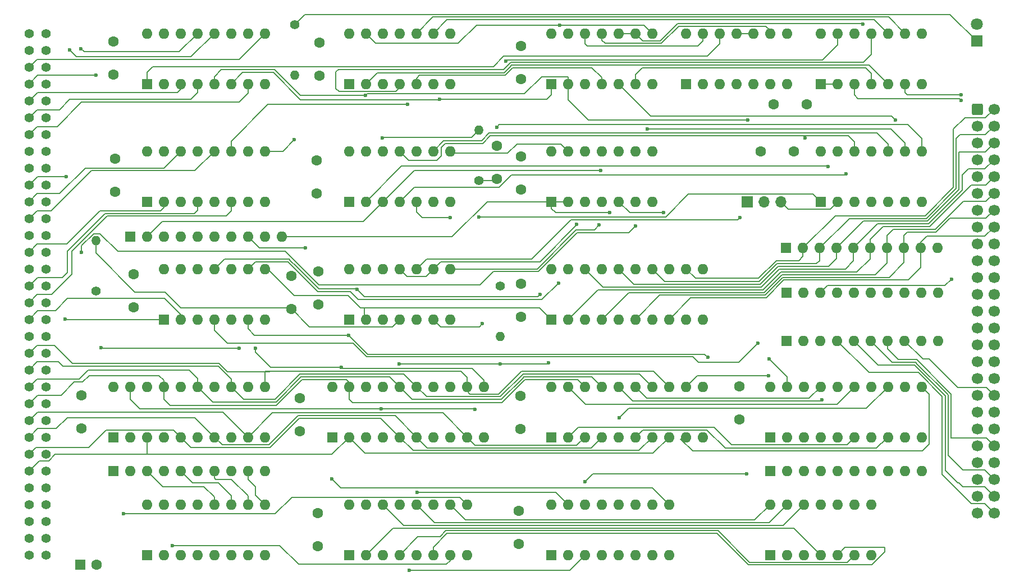
<source format=gbr>
%TF.GenerationSoftware,KiCad,Pcbnew,8.0.6*%
%TF.CreationDate,2024-11-23T08:52:47+01:00*%
%TF.ProjectId,4680-4105,34363830-2d34-4313-9035-2e6b69636164,Ver 1.00*%
%TF.SameCoordinates,Original*%
%TF.FileFunction,Copper,L4,Bot*%
%TF.FilePolarity,Positive*%
%FSLAX46Y46*%
G04 Gerber Fmt 4.6, Leading zero omitted, Abs format (unit mm)*
G04 Created by KiCad (PCBNEW 8.0.6) date 2024-11-23 08:52:47*
%MOMM*%
%LPD*%
G01*
G04 APERTURE LIST*
G04 Aperture macros list*
%AMRoundRect*
0 Rectangle with rounded corners*
0 $1 Rounding radius*
0 $2 $3 $4 $5 $6 $7 $8 $9 X,Y pos of 4 corners*
0 Add a 4 corners polygon primitive as box body*
4,1,4,$2,$3,$4,$5,$6,$7,$8,$9,$2,$3,0*
0 Add four circle primitives for the rounded corners*
1,1,$1+$1,$2,$3*
1,1,$1+$1,$4,$5*
1,1,$1+$1,$6,$7*
1,1,$1+$1,$8,$9*
0 Add four rect primitives between the rounded corners*
20,1,$1+$1,$2,$3,$4,$5,0*
20,1,$1+$1,$4,$5,$6,$7,0*
20,1,$1+$1,$6,$7,$8,$9,0*
20,1,$1+$1,$8,$9,$2,$3,0*%
G04 Aperture macros list end*
%TA.AperFunction,ComponentPad*%
%ADD10R,1.600000X1.600000*%
%TD*%
%TA.AperFunction,ComponentPad*%
%ADD11O,1.600000X1.600000*%
%TD*%
%TA.AperFunction,ComponentPad*%
%ADD12C,1.600000*%
%TD*%
%TA.AperFunction,ComponentPad*%
%ADD13C,1.400000*%
%TD*%
%TA.AperFunction,ComponentPad*%
%ADD14O,1.400000X1.400000*%
%TD*%
%TA.AperFunction,ComponentPad*%
%ADD15RoundRect,0.250000X-0.600000X-0.600000X0.600000X-0.600000X0.600000X0.600000X-0.600000X0.600000X0*%
%TD*%
%TA.AperFunction,ComponentPad*%
%ADD16C,1.700000*%
%TD*%
%TA.AperFunction,ComponentPad*%
%ADD17R,1.800000X1.800000*%
%TD*%
%TA.AperFunction,ComponentPad*%
%ADD18C,1.800000*%
%TD*%
%TA.AperFunction,ComponentPad*%
%ADD19C,1.422400*%
%TD*%
%TA.AperFunction,ComponentPad*%
%ADD20R,1.700000X1.700000*%
%TD*%
%TA.AperFunction,ComponentPad*%
%ADD21O,1.700000X1.700000*%
%TD*%
%TA.AperFunction,ViaPad*%
%ADD22C,0.600000*%
%TD*%
%TA.AperFunction,Conductor*%
%ADD23C,0.200000*%
%TD*%
G04 APERTURE END LIST*
D10*
%TO.P,U8,1,OEa*%
%TO.N,Net-(U10-OEb)*%
X83261200Y-76149200D03*
D11*
%TO.P,U8,2,I1*%
%TO.N,/~{C3}*%
X85801200Y-76149200D03*
%TO.P,U8,3,O1a*%
%TO.N,Net-(RN4-R3)*%
X88341200Y-76149200D03*
%TO.P,U8,4,I2*%
%TO.N,/~{INP}*%
X90881200Y-76149200D03*
%TO.P,U8,5,O2a*%
%TO.N,Net-(RN4-R5)*%
X93421200Y-76149200D03*
%TO.P,U8,6,I3*%
%TO.N,/~{STAT}*%
X95961200Y-76149200D03*
%TO.P,U8,7,O3a*%
%TO.N,Net-(RN4-R8)*%
X98501200Y-76149200D03*
%TO.P,U8,8,GND*%
%TO.N,GND*%
X101041200Y-76149200D03*
%TO.P,U8,9,O4a*%
%TO.N,Net-(U8-O4a)*%
X101041200Y-68529200D03*
%TO.P,U8,10,I4*%
%TO.N,GND*%
X98501200Y-68529200D03*
%TO.P,U8,11,O5b*%
%TO.N,Net-(RN4-R6)*%
X95961200Y-68529200D03*
%TO.P,U8,12,I5*%
%TO.N,/~{C1}*%
X93421200Y-68529200D03*
%TO.P,U8,13,O6b*%
%TO.N,Net-(RN4-R4)*%
X90881200Y-68529200D03*
%TO.P,U8,14,I6*%
%TO.N,/~{OUT}*%
X88341200Y-68529200D03*
%TO.P,U8,15,OEb*%
%TO.N,Net-(U10-OEb)*%
X85801200Y-68529200D03*
%TO.P,U8,16,VCC*%
%TO.N,VCC*%
X83261200Y-68529200D03*
%TD*%
D10*
%TO.P,RN8,1,common*%
%TO.N,VCC*%
X78181200Y-116789200D03*
D11*
%TO.P,RN8,2,R1*%
%TO.N,Net-(RN8-R1)*%
X80721200Y-116789200D03*
%TO.P,RN8,3,R2*%
%TO.N,Net-(RN8-R2)*%
X83261200Y-116789200D03*
%TO.P,RN8,4,R3*%
%TO.N,Net-(RN8-R3)*%
X85801200Y-116789200D03*
%TO.P,RN8,5,R4*%
%TO.N,Net-(RN8-R4)*%
X88341200Y-116789200D03*
%TO.P,RN8,6,R5*%
%TO.N,Net-(RN8-R5)*%
X90881200Y-116789200D03*
%TO.P,RN8,7,R6*%
%TO.N,Net-(RN8-R6)*%
X93421200Y-116789200D03*
%TO.P,RN8,8,R7*%
%TO.N,Net-(RN8-R7)*%
X95961200Y-116789200D03*
%TO.P,RN8,9,R8*%
%TO.N,Net-(RN8-R8)*%
X98501200Y-116789200D03*
%TO.P,RN8,10,R9*%
%TO.N,unconnected-(RN8-R9-Pad10)*%
X101041200Y-116789200D03*
%TD*%
D10*
%TO.P,U18,1*%
%TO.N,/rn4_10*%
X144221200Y-76149200D03*
D11*
%TO.P,U18,2*%
X146761200Y-76149200D03*
%TO.P,U18,3*%
%TO.N,Net-(U6-D1)*%
X149301200Y-76149200D03*
%TO.P,U18,4*%
%TO.N,Net-(U15-Pad5)*%
X151841200Y-76149200D03*
%TO.P,U18,5*%
%TO.N,Net-(U12-Q2)*%
X154381200Y-76149200D03*
%TO.P,U18,6*%
%TO.N,/~{INT}*%
X156921200Y-76149200D03*
%TO.P,U18,7,GND*%
%TO.N,GND*%
X159461200Y-76149200D03*
%TO.P,U18,8*%
%TO.N,/~{INT}*%
X159461200Y-68529200D03*
%TO.P,U18,9*%
%TO.N,Net-(U12-Q0)*%
X156921200Y-68529200D03*
%TO.P,U18,10*%
%TO.N,/rn4_10*%
X154381200Y-68529200D03*
%TO.P,U18,11*%
%TO.N,/rn4_2*%
X151841200Y-68529200D03*
%TO.P,U18,12*%
%TO.N,Net-(U6-D4)*%
X149301200Y-68529200D03*
%TO.P,U18,13*%
%TO.N,Net-(U6-D5)*%
X146761200Y-68529200D03*
%TO.P,U18,14,VCC*%
%TO.N,VCC*%
X144221200Y-68529200D03*
%TD*%
D12*
%TO.P,C7,1*%
%TO.N,VCC*%
X109270800Y-52110000D03*
%TO.P,C7,2*%
%TO.N,GND*%
X109270800Y-57110000D03*
%TD*%
D10*
%TO.P,U10,1,OEa*%
%TO.N,Net-(U10-OEa)*%
X83261200Y-58369200D03*
D11*
%TO.P,U10,2,I1*%
%TO.N,/rn4_2*%
X85801200Y-58369200D03*
%TO.P,U10,3,O1a*%
%TO.N,/~{TRRQ}*%
X88341200Y-58369200D03*
%TO.P,U10,4,I2*%
%TO.N,/~{TREN}*%
X90881200Y-58369200D03*
%TO.P,U10,5,O2a*%
%TO.N,/rn4_3*%
X93421200Y-58369200D03*
%TO.P,U10,6,I3*%
%TO.N,Net-(U10-I3)*%
X95961200Y-58369200D03*
%TO.P,U10,7,O3a*%
%TO.N,/~{R{slash}W}*%
X98501200Y-58369200D03*
%TO.P,U10,8,GND*%
%TO.N,GND*%
X101041200Y-58369200D03*
%TO.P,U10,9,O4a*%
%TO.N,/rn4_10*%
X101041200Y-50749200D03*
%TO.P,U10,10,I4*%
%TO.N,GND*%
X98501200Y-50749200D03*
%TO.P,U10,11,O5b*%
%TO.N,/rn4_8*%
X95961200Y-50749200D03*
%TO.P,U10,12,I5*%
%TO.N,/~{C4}*%
X93421200Y-50749200D03*
%TO.P,U10,13,O6b*%
%TO.N,/~{CSB}*%
X90881200Y-50749200D03*
%TO.P,U10,14,I6*%
%TO.N,GND*%
X88341200Y-50749200D03*
%TO.P,U10,15,OEb*%
%TO.N,Net-(U10-OEb)*%
X85801200Y-50749200D03*
%TO.P,U10,16,VCC*%
%TO.N,VCC*%
X83261200Y-50749200D03*
%TD*%
D13*
%TO.P,R13,1*%
%TO.N,VCC*%
X75539600Y-89662000D03*
D14*
%TO.P,R13,2*%
%TO.N,/~{PRAC}*%
X75539600Y-82042000D03*
%TD*%
D12*
%TO.P,C12,1*%
%TO.N,VCC*%
X78232000Y-51957600D03*
%TO.P,C12,2*%
%TO.N,GND*%
X78232000Y-56957600D03*
%TD*%
%TO.P,C20,1*%
%TO.N,VCC*%
X182789200Y-61468000D03*
%TO.P,C20,2*%
%TO.N,GND*%
X177789200Y-61468000D03*
%TD*%
%TO.P,C2,1*%
%TO.N,Net-(C2-Pad1)*%
X136042400Y-72745600D03*
%TO.P,C2,2*%
%TO.N,GND*%
X136042400Y-67745600D03*
%TD*%
D10*
%TO.P,U4,1,~{G1}*%
%TO.N,Net-(U4-~{G1})*%
X144221200Y-93929200D03*
D11*
%TO.P,U4,2,A1*%
%TO.N,Net-(J2-Pin_10)*%
X146761200Y-93929200D03*
%TO.P,U4,3,Y1*%
%TO.N,/D4*%
X149301200Y-93929200D03*
%TO.P,U4,4,A2*%
%TO.N,Net-(J2-Pin_12)*%
X151841200Y-93929200D03*
%TO.P,U4,5,Y2*%
%TO.N,/D5*%
X154381200Y-93929200D03*
%TO.P,U4,6,A3*%
%TO.N,Net-(J2-Pin_14)*%
X156921200Y-93929200D03*
%TO.P,U4,7,Y3*%
%TO.N,/D6*%
X159461200Y-93929200D03*
%TO.P,U4,8,A4*%
%TO.N,Net-(J2-Pin_16)*%
X162001200Y-93929200D03*
%TO.P,U4,9,Y4*%
%TO.N,/D7*%
X164541200Y-93929200D03*
%TO.P,U4,10,GND*%
%TO.N,GND*%
X167081200Y-93929200D03*
%TO.P,U4,11,Y5*%
%TO.N,/D0*%
X167081200Y-86309200D03*
%TO.P,U4,12,A5*%
%TO.N,Net-(J2-Pin_2)*%
X164541200Y-86309200D03*
%TO.P,U4,13,Y6*%
%TO.N,/D1*%
X162001200Y-86309200D03*
%TO.P,U4,14,A6*%
%TO.N,Net-(J2-Pin_4)*%
X159461200Y-86309200D03*
%TO.P,U4,15,Y7*%
%TO.N,/D2*%
X156921200Y-86309200D03*
%TO.P,U4,16,A7*%
%TO.N,Net-(J2-Pin_6)*%
X154381200Y-86309200D03*
%TO.P,U4,17,Y8*%
%TO.N,/D3*%
X151841200Y-86309200D03*
%TO.P,U4,18,A8*%
%TO.N,Net-(J2-Pin_8)*%
X149301200Y-86309200D03*
%TO.P,U4,19,~{G2}*%
%TO.N,Net-(U16B-~{R})*%
X146761200Y-86309200D03*
%TO.P,U4,20,VCC*%
%TO.N,VCC*%
X144221200Y-86309200D03*
%TD*%
D12*
%TO.P,C9,1*%
%TO.N,VCC*%
X73406000Y-105359200D03*
%TO.P,C9,2*%
%TO.N,GND*%
X73406000Y-110359200D03*
%TD*%
D10*
%TO.P,U1,1,~{Mr}*%
%TO.N,Net-(U1-~{Mr})*%
X144221200Y-111709200D03*
D11*
%TO.P,U1,2,Q0*%
%TO.N,Net-(U1-Q0)*%
X146761200Y-111709200D03*
%TO.P,U1,3,D0*%
%TO.N,/D4*%
X149301200Y-111709200D03*
%TO.P,U1,4,D1*%
%TO.N,/D5*%
X151841200Y-111709200D03*
%TO.P,U1,5,Q1*%
%TO.N,Net-(U1-Q1)*%
X154381200Y-111709200D03*
%TO.P,U1,6,Q2*%
%TO.N,Net-(U1-Q2)*%
X156921200Y-111709200D03*
%TO.P,U1,7,D2*%
%TO.N,/D6*%
X159461200Y-111709200D03*
%TO.P,U1,8,D3*%
%TO.N,/D7*%
X162001200Y-111709200D03*
%TO.P,U1,9,Q3*%
%TO.N,Net-(U1-Q3)*%
X164541200Y-111709200D03*
%TO.P,U1,10,GND*%
%TO.N,GND*%
X167081200Y-111709200D03*
%TO.P,U1,11,Cp*%
%TO.N,Net-(U1-Cp)*%
X167081200Y-104089200D03*
%TO.P,U1,12,Q4*%
%TO.N,Net-(U1-Q4)*%
X164541200Y-104089200D03*
%TO.P,U1,13,D4*%
%TO.N,/D0*%
X162001200Y-104089200D03*
%TO.P,U1,14,D5*%
%TO.N,/D1*%
X159461200Y-104089200D03*
%TO.P,U1,15,Q5*%
%TO.N,Net-(U1-Q5)*%
X156921200Y-104089200D03*
%TO.P,U1,16,Q6*%
%TO.N,Net-(U1-Q6)*%
X154381200Y-104089200D03*
%TO.P,U1,17,D6*%
%TO.N,/D2*%
X151841200Y-104089200D03*
%TO.P,U1,18,D7*%
%TO.N,/D3*%
X149301200Y-104089200D03*
%TO.P,U1,19,Q7*%
%TO.N,Net-(U1-Q7)*%
X146761200Y-104089200D03*
%TO.P,U1,20,VCC*%
%TO.N,VCC*%
X144221200Y-104089200D03*
%TD*%
D10*
%TO.P,U16,1,~{R}*%
%TO.N,Net-(U16A-D)*%
X113741200Y-58369200D03*
D11*
%TO.P,U16,2,D*%
X116281200Y-58369200D03*
%TO.P,U16,3,C*%
%TO.N,Net-(U16A-C)*%
X118821200Y-58369200D03*
%TO.P,U16,4,~{S}*%
%TO.N,Net-(RN10-R2)*%
X121361200Y-58369200D03*
%TO.P,U16,5,Q*%
%TO.N,Net-(U16A-Q)*%
X123901200Y-58369200D03*
%TO.P,U16,6,~{Q}*%
%TO.N,Net-(U16A-~{Q})*%
X126441200Y-58369200D03*
%TO.P,U16,7,GND*%
%TO.N,GND*%
X128981200Y-58369200D03*
%TO.P,U16,8,~{Q}*%
%TO.N,unconnected-(U16B-~{Q}-Pad8)*%
X128981200Y-50749200D03*
%TO.P,U16,9,Q*%
%TO.N,Net-(U16B-Q)*%
X126441200Y-50749200D03*
%TO.P,U16,10,~{S}*%
%TO.N,Net-(RN4-R6)*%
X123901200Y-50749200D03*
%TO.P,U16,11,C*%
%TO.N,Net-(U16B-C)*%
X121361200Y-50749200D03*
%TO.P,U16,12,D*%
%TO.N,GND*%
X118821200Y-50749200D03*
%TO.P,U16,13,~{R}*%
%TO.N,Net-(U16B-~{R})*%
X116281200Y-50749200D03*
%TO.P,U16,14,VCC*%
%TO.N,VCC*%
X113741200Y-50749200D03*
%TD*%
D10*
%TO.P,U13,1*%
%TO.N,Net-(C2-Pad1)*%
X184861200Y-76149200D03*
D11*
%TO.P,U13,2*%
%TO.N,Net-(J3-Pin_3)*%
X187401200Y-76149200D03*
%TO.P,U13,3*%
%TO.N,Net-(J2-Pin_48)*%
X189941200Y-76149200D03*
%TO.P,U13,4*%
%TO.N,Net-(U16A-D)*%
X192481200Y-76149200D03*
%TO.P,U13,5*%
%TO.N,/r10_7*%
X195021200Y-76149200D03*
%TO.P,U13,6*%
%TO.N,Net-(U13-Pad6)*%
X197561200Y-76149200D03*
%TO.P,U13,7,GND*%
%TO.N,GND*%
X200101200Y-76149200D03*
%TO.P,U13,8*%
%TO.N,Net-(U3-~{G2})*%
X200101200Y-68529200D03*
%TO.P,U13,9*%
%TO.N,Net-(U16B-~{R})*%
X197561200Y-68529200D03*
%TO.P,U13,10*%
%TO.N,Net-(U13-Pad10)*%
X195021200Y-68529200D03*
%TO.P,U13,11*%
%TO.N,/r10_6*%
X192481200Y-68529200D03*
%TO.P,U13,12*%
%TO.N,Net-(U2-OEa)*%
X189941200Y-68529200D03*
%TO.P,U13,13*%
%TO.N,/r10_4*%
X187401200Y-68529200D03*
%TO.P,U13,14,VCC*%
%TO.N,VCC*%
X184861200Y-68529200D03*
%TD*%
D10*
%TO.P,RN4,1,common*%
%TO.N,GND*%
X80721200Y-81432400D03*
D11*
%TO.P,RN4,2,R1*%
%TO.N,/rn4_2*%
X83261200Y-81432400D03*
%TO.P,RN4,3,R2*%
%TO.N,/rn4_3*%
X85801200Y-81432400D03*
%TO.P,RN4,4,R3*%
%TO.N,Net-(RN4-R3)*%
X88341200Y-81432400D03*
%TO.P,RN4,5,R4*%
%TO.N,Net-(RN4-R4)*%
X90881200Y-81432400D03*
%TO.P,RN4,6,R5*%
%TO.N,Net-(RN4-R5)*%
X93421200Y-81432400D03*
%TO.P,RN4,7,R6*%
%TO.N,Net-(RN4-R6)*%
X95961200Y-81432400D03*
%TO.P,RN4,8,R7*%
%TO.N,/rn4_8*%
X98501200Y-81432400D03*
%TO.P,RN4,9,R8*%
%TO.N,Net-(RN4-R8)*%
X101041200Y-81432400D03*
%TO.P,RN4,10,R9*%
%TO.N,/rn4_10*%
X103581200Y-81432400D03*
%TD*%
D10*
%TO.P,U11,1*%
%TO.N,Net-(U16B-C)*%
X184861200Y-58369200D03*
D11*
%TO.P,U11,2*%
X187401200Y-58369200D03*
%TO.P,U11,3*%
%TO.N,Net-(J2-Pin_40)*%
X189941200Y-58369200D03*
%TO.P,U11,4*%
%TO.N,Net-(U11-Pad4)*%
X192481200Y-58369200D03*
%TO.P,U11,5*%
%TO.N,Net-(U16A-D)*%
X195021200Y-58369200D03*
%TO.P,U11,6*%
%TO.N,Net-(J2-Pin_38)*%
X197561200Y-58369200D03*
%TO.P,U11,7,GND*%
%TO.N,GND*%
X200101200Y-58369200D03*
%TO.P,U11,8*%
%TO.N,Net-(J2-Pin_44)*%
X200101200Y-50749200D03*
%TO.P,U11,9*%
%TO.N,Net-(RN4-R6)*%
X197561200Y-50749200D03*
%TO.P,U11,10*%
%TO.N,Net-(U16B-Q)*%
X195021200Y-50749200D03*
%TO.P,U11,11*%
%TO.N,Net-(RN10-R2)*%
X192481200Y-50749200D03*
%TO.P,U11,12*%
%TO.N,Net-(U11-Pad12)*%
X189941200Y-50749200D03*
%TO.P,U11,13*%
%TO.N,Net-(U11-Pad13)*%
X187401200Y-50749200D03*
%TO.P,U11,14,VCC*%
%TO.N,VCC*%
X184861200Y-50749200D03*
%TD*%
D12*
%TO.P,C10,1*%
%TO.N,VCC*%
X78486000Y-69676000D03*
%TO.P,C10,2*%
%TO.N,GND*%
X78486000Y-74676000D03*
%TD*%
D10*
%TO.P,U6,1,OE*%
%TO.N,Net-(RN4-R8)*%
X111201200Y-111709200D03*
D11*
%TO.P,U6,2,O0*%
%TO.N,/D7*%
X113741200Y-111709200D03*
%TO.P,U6,3,D0*%
%TO.N,Net-(U6-D0)*%
X116281200Y-111709200D03*
%TO.P,U6,4,D1*%
%TO.N,Net-(U6-D1)*%
X118821200Y-111709200D03*
%TO.P,U6,5,O1*%
%TO.N,/D6*%
X121361200Y-111709200D03*
%TO.P,U6,6,O2*%
%TO.N,/D5*%
X123901200Y-111709200D03*
%TO.P,U6,7,D2*%
%TO.N,Net-(U12-~{Q0})*%
X126441200Y-111709200D03*
%TO.P,U6,8,D3*%
%TO.N,GND*%
X128981200Y-111709200D03*
%TO.P,U6,9,O3*%
%TO.N,/D4*%
X131521200Y-111709200D03*
%TO.P,U6,10,GND*%
%TO.N,GND*%
X134061200Y-111709200D03*
%TO.P,U6,11,LE*%
%TO.N,Net-(RN4-R8)*%
X134061200Y-104089200D03*
%TO.P,U6,12,O4*%
%TO.N,/D0*%
X131521200Y-104089200D03*
%TO.P,U6,13,D4*%
%TO.N,Net-(U6-D4)*%
X128981200Y-104089200D03*
%TO.P,U6,14,D5*%
%TO.N,Net-(U6-D5)*%
X126441200Y-104089200D03*
%TO.P,U6,15,O5*%
%TO.N,/D1*%
X123901200Y-104089200D03*
%TO.P,U6,16,O6*%
%TO.N,/D2*%
X121361200Y-104089200D03*
%TO.P,U6,17,D6*%
%TO.N,Net-(U3-~{G2})*%
X118821200Y-104089200D03*
%TO.P,U6,18,D7*%
%TO.N,Net-(U10-I3)*%
X116281200Y-104089200D03*
%TO.P,U6,19,O7*%
%TO.N,/D3*%
X113741200Y-104089200D03*
%TO.P,U6,20,VCC*%
%TO.N,VCC*%
X111201200Y-104089200D03*
%TD*%
D12*
%TO.P,C16,1*%
%TO.N,VCC*%
X139649200Y-52628800D03*
%TO.P,C16,2*%
%TO.N,GND*%
X139649200Y-57628800D03*
%TD*%
D10*
%TO.P,RN9,1,common*%
%TO.N,GND*%
X179730400Y-89916000D03*
D11*
%TO.P,RN9,2,R1*%
%TO.N,unconnected-(RN9-R1-Pad2)*%
X182270400Y-89916000D03*
%TO.P,RN9,3,R2*%
%TO.N,Net-(RN10-R2)*%
X184810400Y-89916000D03*
%TO.P,RN9,4,R3*%
%TO.N,/r10_4*%
X187350400Y-89916000D03*
%TO.P,RN9,5,R4*%
%TO.N,Net-(J2-Pin_48)*%
X189890400Y-89916000D03*
%TO.P,RN9,6,R5*%
%TO.N,/r10_6*%
X192430400Y-89916000D03*
%TO.P,RN9,7,R6*%
%TO.N,/r10_7*%
X194970400Y-89916000D03*
%TO.P,RN9,8,R7*%
%TO.N,Net-(J2-Pin_36)*%
X197510400Y-89916000D03*
%TO.P,RN9,9,R8*%
%TO.N,unconnected-(RN9-R8-Pad9)*%
X200050400Y-89916000D03*
%TO.P,RN9,10,R9*%
%TO.N,unconnected-(RN9-R9-Pad10)*%
X202590400Y-89916000D03*
%TD*%
D10*
%TO.P,U19,1*%
%TO.N,GND*%
X164541200Y-58369200D03*
D11*
%TO.P,U19,2*%
X167081200Y-58369200D03*
%TO.P,U19,3*%
%TO.N,unconnected-(U19-Pad3)*%
X169621200Y-58369200D03*
%TO.P,U19,4*%
%TO.N,GND*%
X172161200Y-58369200D03*
%TO.P,U19,5*%
X174701200Y-58369200D03*
%TO.P,U19,6*%
%TO.N,unconnected-(U19-Pad6)*%
X177241200Y-58369200D03*
%TO.P,U19,7,GND*%
%TO.N,GND*%
X179781200Y-58369200D03*
%TO.P,U19,8*%
%TO.N,Net-(U19-Pad8)*%
X179781200Y-50749200D03*
%TO.P,U19,9*%
%TO.N,Net-(U14-Pad11)*%
X177241200Y-50749200D03*
%TO.P,U19,10*%
%TO.N,Net-(U19-Pad10)*%
X174701200Y-50749200D03*
%TO.P,U19,11*%
X172161200Y-50749200D03*
%TO.P,U19,12*%
%TO.N,Net-(U10-OEa)*%
X169621200Y-50749200D03*
%TO.P,U19,13*%
%TO.N,Net-(U6-D5)*%
X167081200Y-50749200D03*
%TO.P,U19,14,VCC*%
%TO.N,VCC*%
X164541200Y-50749200D03*
%TD*%
D12*
%TO.P,C3,1*%
%TO.N,VCC*%
X109016800Y-123179200D03*
%TO.P,C3,2*%
%TO.N,GND*%
X109016800Y-128179200D03*
%TD*%
D10*
%TO.P,U15,1*%
%TO.N,Net-(U1-~{Mr})*%
X113741200Y-76149200D03*
D11*
%TO.P,U15,2*%
%TO.N,Net-(U16B-C)*%
X116281200Y-76149200D03*
%TO.P,U15,3*%
%TO.N,/rn4_2*%
X118821200Y-76149200D03*
%TO.P,U15,4*%
%TO.N,Net-(U11-Pad12)*%
X121361200Y-76149200D03*
%TO.P,U15,5*%
%TO.N,Net-(U15-Pad5)*%
X123901200Y-76149200D03*
%TO.P,U15,6*%
%TO.N,Net-(U6-D0)*%
X126441200Y-76149200D03*
%TO.P,U15,7,GND*%
%TO.N,GND*%
X128981200Y-76149200D03*
%TO.P,U15,8*%
%TO.N,Net-(U6-D5)*%
X128981200Y-68529200D03*
%TO.P,U15,9*%
%TO.N,Net-(U13-Pad10)*%
X126441200Y-68529200D03*
%TO.P,U15,10*%
%TO.N,Net-(U10-I3)*%
X123901200Y-68529200D03*
%TO.P,U15,11*%
%TO.N,Net-(U2-OEa)*%
X121361200Y-68529200D03*
%TO.P,U15,12*%
%TO.N,Net-(R5-Pad2)*%
X118821200Y-68529200D03*
%TO.P,U15,13*%
%TO.N,/rn4_3*%
X116281200Y-68529200D03*
%TO.P,U15,14,VCC*%
%TO.N,VCC*%
X113741200Y-68529200D03*
%TD*%
D10*
%TO.P,RN10,1,common*%
%TO.N,VCC*%
X179730400Y-97180400D03*
D11*
%TO.P,RN10,2,R1*%
%TO.N,unconnected-(RN10-R1-Pad2)*%
X182270400Y-97180400D03*
%TO.P,RN10,3,R2*%
%TO.N,Net-(RN10-R2)*%
X184810400Y-97180400D03*
%TO.P,RN10,4,R3*%
%TO.N,/r10_4*%
X187350400Y-97180400D03*
%TO.P,RN10,5,R4*%
%TO.N,Net-(J2-Pin_48)*%
X189890400Y-97180400D03*
%TO.P,RN10,6,R5*%
%TO.N,/r10_6*%
X192430400Y-97180400D03*
%TO.P,RN10,7,R6*%
%TO.N,/r10_7*%
X194970400Y-97180400D03*
%TO.P,RN10,8,R7*%
%TO.N,Net-(J2-Pin_36)*%
X197510400Y-97180400D03*
%TO.P,RN10,9,R8*%
%TO.N,unconnected-(RN10-R8-Pad9)*%
X200050400Y-97180400D03*
%TO.P,RN10,10,R9*%
%TO.N,unconnected-(RN10-R9-Pad10)*%
X202590400Y-97180400D03*
%TD*%
D10*
%TO.P,RN2,1,common*%
%TO.N,VCC*%
X179628800Y-83159600D03*
D11*
%TO.P,RN2,2,R1*%
%TO.N,Net-(J2-Pin_2)*%
X182168800Y-83159600D03*
%TO.P,RN2,3,R2*%
%TO.N,Net-(J2-Pin_4)*%
X184708800Y-83159600D03*
%TO.P,RN2,4,R3*%
%TO.N,Net-(J2-Pin_6)*%
X187248800Y-83159600D03*
%TO.P,RN2,5,R4*%
%TO.N,Net-(J2-Pin_8)*%
X189788800Y-83159600D03*
%TO.P,RN2,6,R5*%
%TO.N,Net-(J2-Pin_10)*%
X192328800Y-83159600D03*
%TO.P,RN2,7,R6*%
%TO.N,Net-(J2-Pin_12)*%
X194868800Y-83159600D03*
%TO.P,RN2,8,R7*%
%TO.N,Net-(J2-Pin_14)*%
X197408800Y-83159600D03*
%TO.P,RN2,9,R8*%
%TO.N,Net-(J2-Pin_16)*%
X199948800Y-83159600D03*
%TO.P,RN2,10,R9*%
%TO.N,unconnected-(RN2-R9-Pad10)*%
X202488800Y-83159600D03*
%TD*%
D10*
%TO.P,U7,1*%
%TO.N,/~{CS}*%
X85801200Y-93929200D03*
D11*
%TO.P,U7,2*%
%TO.N,/~{RST}*%
X88341200Y-93929200D03*
%TO.P,U7,3*%
%TO.N,Net-(U5-~{ST})*%
X90881200Y-93929200D03*
%TO.P,U7,4*%
%TO.N,Net-(J3-Pin_2)*%
X93421200Y-93929200D03*
%TO.P,U7,5*%
%TO.N,Net-(RN4-R4)*%
X95961200Y-93929200D03*
%TO.P,U7,6*%
%TO.N,Net-(U1-Cp)*%
X98501200Y-93929200D03*
%TO.P,U7,7,GND*%
%TO.N,GND*%
X101041200Y-93929200D03*
%TO.P,U7,8*%
%TO.N,Net-(U4-~{G1})*%
X101041200Y-86309200D03*
%TO.P,U7,9*%
%TO.N,Net-(U14-Pad3)*%
X98501200Y-86309200D03*
%TO.P,U7,10*%
%TO.N,Net-(RN4-R5)*%
X95961200Y-86309200D03*
%TO.P,U7,11*%
%TO.N,Net-(U1-~{Mr})*%
X93421200Y-86309200D03*
%TO.P,U7,12*%
%TO.N,Net-(RN4-R3)*%
X90881200Y-86309200D03*
%TO.P,U7,13*%
%TO.N,/~{RST}*%
X88341200Y-86309200D03*
%TO.P,U7,14,VCC*%
%TO.N,VCC*%
X85801200Y-86309200D03*
%TD*%
D10*
%TO.P,C11,1*%
%TO.N,VCC*%
X73192000Y-130962400D03*
D12*
%TO.P,C11,2*%
%TO.N,GND*%
X75692000Y-130962400D03*
%TD*%
%TO.P,C17,1*%
%TO.N,VCC*%
X139649200Y-69342000D03*
%TO.P,C17,2*%
%TO.N,GND*%
X139649200Y-74342000D03*
%TD*%
%TO.P,C18,1*%
%TO.N,VCC*%
X172618400Y-104016800D03*
%TO.P,C18,2*%
%TO.N,GND*%
X172618400Y-109016800D03*
%TD*%
D13*
%TO.P,R1,1*%
%TO.N,Net-(D1-K)*%
X105511600Y-49428400D03*
D14*
%TO.P,R1,2*%
%TO.N,Net-(U8-O4a)*%
X105511600Y-57048400D03*
%TD*%
D12*
%TO.P,C15,1*%
%TO.N,VCC*%
X139598400Y-105490000D03*
%TO.P,C15,2*%
%TO.N,GND*%
X139598400Y-110490000D03*
%TD*%
%TO.P,C8,1*%
%TO.N,VCC*%
X81229200Y-87111200D03*
%TO.P,C8,2*%
%TO.N,GND*%
X81229200Y-92111200D03*
%TD*%
%TO.P,C13,1*%
%TO.N,VCC*%
X139293600Y-122812800D03*
%TO.P,C13,2*%
%TO.N,GND*%
X139293600Y-127812800D03*
%TD*%
D15*
%TO.P,J2,1,Pin_1*%
%TO.N,GND*%
X208483200Y-62179200D03*
D16*
%TO.P,J2,2,Pin_2*%
%TO.N,Net-(J2-Pin_2)*%
X211023200Y-62179200D03*
%TO.P,J2,3,Pin_3*%
%TO.N,GND*%
X208483200Y-64719200D03*
%TO.P,J2,4,Pin_4*%
%TO.N,Net-(J2-Pin_4)*%
X211023200Y-64719200D03*
%TO.P,J2,5,Pin_5*%
%TO.N,GND*%
X208483200Y-67259200D03*
%TO.P,J2,6,Pin_6*%
%TO.N,Net-(J2-Pin_6)*%
X211023200Y-67259200D03*
%TO.P,J2,7,Pin_7*%
%TO.N,GND*%
X208483200Y-69799200D03*
%TO.P,J2,8,Pin_8*%
%TO.N,Net-(J2-Pin_8)*%
X211023200Y-69799200D03*
%TO.P,J2,9,Pin_9*%
%TO.N,GND*%
X208483200Y-72339200D03*
%TO.P,J2,10,Pin_10*%
%TO.N,Net-(J2-Pin_10)*%
X211023200Y-72339200D03*
%TO.P,J2,11,Pin_11*%
%TO.N,GND*%
X208483200Y-74879200D03*
%TO.P,J2,12,Pin_12*%
%TO.N,Net-(J2-Pin_12)*%
X211023200Y-74879200D03*
%TO.P,J2,13,Pin_13*%
%TO.N,GND*%
X208483200Y-77419200D03*
%TO.P,J2,14,Pin_14*%
%TO.N,Net-(J2-Pin_14)*%
X211023200Y-77419200D03*
%TO.P,J2,15,Pin_15*%
%TO.N,GND*%
X208483200Y-79959200D03*
%TO.P,J2,16,Pin_16*%
%TO.N,Net-(J2-Pin_16)*%
X211023200Y-79959200D03*
%TO.P,J2,17,Pin_17*%
%TO.N,GND*%
X208483200Y-82499200D03*
%TO.P,J2,18,Pin_18*%
%TO.N,unconnected-(J2-Pin_18-Pad18)*%
X211023200Y-82499200D03*
%TO.P,J2,19,Pin_19*%
%TO.N,GND*%
X208483200Y-85039200D03*
%TO.P,J2,20,Pin_20*%
%TO.N,unconnected-(J2-Pin_20-Pad20)*%
X211023200Y-85039200D03*
%TO.P,J2,21,Pin_21*%
%TO.N,GND*%
X208483200Y-87579200D03*
%TO.P,J2,22,Pin_22*%
%TO.N,unconnected-(J2-Pin_22-Pad22)*%
X211023200Y-87579200D03*
%TO.P,J2,23,Pin_23*%
%TO.N,GND*%
X208483200Y-90119200D03*
%TO.P,J2,24,Pin_24*%
%TO.N,unconnected-(J2-Pin_24-Pad24)*%
X211023200Y-90119200D03*
%TO.P,J2,25,Pin_25*%
%TO.N,GND*%
X208483200Y-92659200D03*
%TO.P,J2,26,Pin_26*%
%TO.N,unconnected-(J2-Pin_26-Pad26)*%
X211023200Y-92659200D03*
%TO.P,J2,27,Pin_27*%
%TO.N,GND*%
X208483200Y-95199200D03*
%TO.P,J2,28,Pin_28*%
%TO.N,unconnected-(J2-Pin_28-Pad28)*%
X211023200Y-95199200D03*
%TO.P,J2,29,Pin_29*%
%TO.N,GND*%
X208483200Y-97739200D03*
%TO.P,J2,30,Pin_30*%
%TO.N,unconnected-(J2-Pin_30-Pad30)*%
X211023200Y-97739200D03*
%TO.P,J2,31,Pin_31*%
%TO.N,GND*%
X208483200Y-100279200D03*
%TO.P,J2,32,Pin_32*%
%TO.N,unconnected-(J2-Pin_32-Pad32)*%
X211023200Y-100279200D03*
%TO.P,J2,33,Pin_33*%
%TO.N,GND*%
X208483200Y-102819200D03*
%TO.P,J2,34,Pin_34*%
%TO.N,unconnected-(J2-Pin_34-Pad34)*%
X211023200Y-102819200D03*
%TO.P,J2,35,Pin_35*%
%TO.N,GND*%
X208483200Y-105359200D03*
%TO.P,J2,36,Pin_36*%
%TO.N,Net-(J2-Pin_36)*%
X211023200Y-105359200D03*
%TO.P,J2,37,Pin_37*%
%TO.N,GND*%
X208483200Y-107899200D03*
%TO.P,J2,38,Pin_38*%
%TO.N,Net-(J2-Pin_38)*%
X211023200Y-107899200D03*
%TO.P,J2,39,Pin_39*%
%TO.N,GND*%
X208483200Y-110439200D03*
%TO.P,J2,40,Pin_40*%
%TO.N,Net-(J2-Pin_40)*%
X211023200Y-110439200D03*
%TO.P,J2,41,Pin_41*%
%TO.N,GND*%
X208483200Y-112979200D03*
%TO.P,J2,42,Pin_42*%
%TO.N,/r10_7*%
X211023200Y-112979200D03*
%TO.P,J2,43,Pin_43*%
%TO.N,GND*%
X208483200Y-115519200D03*
%TO.P,J2,44,Pin_44*%
%TO.N,Net-(J2-Pin_44)*%
X211023200Y-115519200D03*
%TO.P,J2,45,Pin_45*%
%TO.N,GND*%
X208483200Y-118059200D03*
%TO.P,J2,46,Pin_46*%
%TO.N,/r10_6*%
X211023200Y-118059200D03*
%TO.P,J2,47,Pin_47*%
%TO.N,GND*%
X208483200Y-120599200D03*
%TO.P,J2,48,Pin_48*%
%TO.N,Net-(J2-Pin_48)*%
X211023200Y-120599200D03*
%TO.P,J2,49,Pin_49*%
%TO.N,GND*%
X208483200Y-123139200D03*
%TO.P,J2,50,Pin_50*%
%TO.N,/r10_4*%
X211023200Y-123139200D03*
%TD*%
D10*
%TO.P,U3,1,~{G1}*%
%TO.N,Net-(RN4-R5)*%
X78181200Y-111709200D03*
D11*
%TO.P,U3,2,A1*%
%TO.N,Net-(RN8-R1)*%
X80721200Y-111709200D03*
%TO.P,U3,3,Y1*%
%TO.N,/D7*%
X83261200Y-111709200D03*
%TO.P,U3,4,A2*%
%TO.N,Net-(RN8-R3)*%
X85801200Y-111709200D03*
%TO.P,U3,5,Y2*%
%TO.N,/D6*%
X88341200Y-111709200D03*
%TO.P,U3,6,A3*%
%TO.N,Net-(RN8-R5)*%
X90881200Y-111709200D03*
%TO.P,U3,7,Y3*%
%TO.N,/D5*%
X93421200Y-111709200D03*
%TO.P,U3,8,A4*%
%TO.N,Net-(RN8-R7)*%
X95961200Y-111709200D03*
%TO.P,U3,9,Y4*%
%TO.N,/D4*%
X98501200Y-111709200D03*
%TO.P,U3,10,GND*%
%TO.N,GND*%
X101041200Y-111709200D03*
%TO.P,U3,11,Y5*%
%TO.N,/D0*%
X101041200Y-104089200D03*
%TO.P,U3,12,A5*%
%TO.N,Net-(RN8-R8)*%
X98501200Y-104089200D03*
%TO.P,U3,13,Y6*%
%TO.N,/D1*%
X95961200Y-104089200D03*
%TO.P,U3,14,A6*%
%TO.N,Net-(RN8-R6)*%
X93421200Y-104089200D03*
%TO.P,U3,15,Y7*%
%TO.N,/D2*%
X90881200Y-104089200D03*
%TO.P,U3,16,A7*%
%TO.N,Net-(RN8-R4)*%
X88341200Y-104089200D03*
%TO.P,U3,17,Y8*%
%TO.N,/D3*%
X85801200Y-104089200D03*
%TO.P,U3,18,A8*%
%TO.N,Net-(RN8-R2)*%
X83261200Y-104089200D03*
%TO.P,U3,19,~{G2}*%
%TO.N,Net-(U3-~{G2})*%
X80721200Y-104089200D03*
%TO.P,U3,20,VCC*%
%TO.N,VCC*%
X78181200Y-104089200D03*
%TD*%
D13*
%TO.P,R6,1*%
%TO.N,VCC*%
X136499600Y-88849200D03*
D14*
%TO.P,R6,2*%
%TO.N,Net-(U6-D1)*%
X136499600Y-96469200D03*
%TD*%
D10*
%TO.P,SW1,1*%
%TO.N,GND*%
X83261200Y-129489200D03*
D11*
%TO.P,SW1,2*%
X85801200Y-129489200D03*
%TO.P,SW1,3*%
X88341200Y-129489200D03*
%TO.P,SW1,4*%
X90881200Y-129489200D03*
%TO.P,SW1,5*%
X93421200Y-129489200D03*
%TO.P,SW1,6*%
X95961200Y-129489200D03*
%TO.P,SW1,7*%
X98501200Y-129489200D03*
%TO.P,SW1,8*%
X101041200Y-129489200D03*
%TO.P,SW1,9*%
%TO.N,Net-(RN8-R8)*%
X101041200Y-121869200D03*
%TO.P,SW1,10*%
%TO.N,Net-(RN8-R6)*%
X98501200Y-121869200D03*
%TO.P,SW1,11*%
%TO.N,Net-(RN8-R4)*%
X95961200Y-121869200D03*
%TO.P,SW1,12*%
%TO.N,Net-(RN8-R2)*%
X93421200Y-121869200D03*
%TO.P,SW1,13*%
%TO.N,Net-(RN8-R7)*%
X90881200Y-121869200D03*
%TO.P,SW1,14*%
%TO.N,Net-(RN8-R5)*%
X88341200Y-121869200D03*
%TO.P,SW1,15*%
%TO.N,Net-(RN8-R3)*%
X85801200Y-121869200D03*
%TO.P,SW1,16*%
%TO.N,Net-(RN8-R1)*%
X83261200Y-121869200D03*
%TD*%
D10*
%TO.P,U9,1*%
%TO.N,Net-(U1-Cp)*%
X113741200Y-93929200D03*
D11*
%TO.P,U9,2*%
%TO.N,Net-(U4-~{G1})*%
X116281200Y-93929200D03*
%TO.P,U9,3*%
%TO.N,Net-(U16A-C)*%
X118821200Y-93929200D03*
%TO.P,U9,4*%
%TO.N,/~{PRAC}*%
X121361200Y-93929200D03*
%TO.P,U9,5*%
%TO.N,Net-(U12-Q3)*%
X123901200Y-93929200D03*
%TO.P,U9,6*%
%TO.N,Net-(U11-Pad13)*%
X126441200Y-93929200D03*
%TO.P,U9,7,GND*%
%TO.N,GND*%
X128981200Y-93929200D03*
%TO.P,U9,8*%
%TO.N,Net-(U15-Pad5)*%
X128981200Y-86309200D03*
%TO.P,U9,9*%
%TO.N,Net-(U6-D4)*%
X126441200Y-86309200D03*
%TO.P,U9,10*%
%TO.N,Net-(U19-Pad8)*%
X123901200Y-86309200D03*
%TO.P,U9,11*%
%TO.N,Net-(U6-D4)*%
X121361200Y-86309200D03*
%TO.P,U9,12*%
%TO.N,Net-(U16A-~{Q})*%
X118821200Y-86309200D03*
%TO.P,U9,13*%
%TO.N,Net-(U16A-D)*%
X116281200Y-86309200D03*
%TO.P,U9,14,VCC*%
%TO.N,VCC*%
X113741200Y-86309200D03*
%TD*%
D12*
%TO.P,C1,1*%
%TO.N,/~{PRAC}*%
X105054400Y-92325200D03*
%TO.P,C1,2*%
%TO.N,GND*%
X105054400Y-87325200D03*
%TD*%
%TO.P,C19,1*%
%TO.N,VCC*%
X180818800Y-68529200D03*
%TO.P,C19,2*%
%TO.N,GND*%
X175818800Y-68529200D03*
%TD*%
D10*
%TO.P,U12,1,~{Mr}*%
%TO.N,Net-(U1-~{Mr})*%
X144221200Y-129489200D03*
D11*
%TO.P,U12,2,Q0*%
%TO.N,Net-(U12-Q0)*%
X146761200Y-129489200D03*
%TO.P,U12,3,~{Q0}*%
%TO.N,Net-(U12-~{Q0})*%
X149301200Y-129489200D03*
%TO.P,U12,4,D0*%
%TO.N,/D5*%
X151841200Y-129489200D03*
%TO.P,U12,5,D1*%
%TO.N,unconnected-(U12-D1-Pad5)*%
X154381200Y-129489200D03*
%TO.P,U12,6,~{Q1}*%
%TO.N,unconnected-(U12-~{Q1}-Pad6)*%
X156921200Y-129489200D03*
%TO.P,U12,7,Q1*%
%TO.N,unconnected-(U12-Q1-Pad7)*%
X159461200Y-129489200D03*
%TO.P,U12,8,GND*%
%TO.N,GND*%
X162001200Y-129489200D03*
%TO.P,U12,9,Cp*%
%TO.N,/rn4_8*%
X162001200Y-121869200D03*
%TO.P,U12,10,Q2*%
%TO.N,Net-(U12-Q2)*%
X159461200Y-121869200D03*
%TO.P,U12,11,~{Q2}*%
%TO.N,unconnected-(U12-~{Q2}-Pad11)*%
X156921200Y-121869200D03*
%TO.P,U12,12,D2*%
%TO.N,/D7*%
X154381200Y-121869200D03*
%TO.P,U12,13,D3*%
X151841200Y-121869200D03*
%TO.P,U12,14,~{Q3}*%
%TO.N,Net-(U10-OEa)*%
X149301200Y-121869200D03*
%TO.P,U12,15,Q3*%
%TO.N,Net-(U12-Q3)*%
X146761200Y-121869200D03*
%TO.P,U12,16,VCC*%
%TO.N,VCC*%
X144221200Y-121869200D03*
%TD*%
D12*
%TO.P,C4,1*%
%TO.N,VCC*%
X106273600Y-105845600D03*
%TO.P,C4,2*%
%TO.N,GND*%
X106273600Y-110845600D03*
%TD*%
D13*
%TO.P,R5,1*%
%TO.N,Net-(C2-Pad1)*%
X133299200Y-72948800D03*
D14*
%TO.P,R5,2*%
%TO.N,Net-(R5-Pad2)*%
X133299200Y-65328800D03*
%TD*%
D12*
%TO.P,C5,1*%
%TO.N,VCC*%
X109067600Y-86715600D03*
%TO.P,C5,2*%
%TO.N,GND*%
X109067600Y-91715600D03*
%TD*%
D17*
%TO.P,D1,1,K*%
%TO.N,Net-(D1-K)*%
X208427400Y-51917600D03*
D18*
%TO.P,D1,2,A*%
%TO.N,VCC*%
X208427400Y-49377600D03*
%TD*%
D12*
%TO.P,C14,1*%
%TO.N,VCC*%
X139649200Y-88522800D03*
%TO.P,C14,2*%
%TO.N,GND*%
X139649200Y-93522800D03*
%TD*%
D10*
%TO.P,U14,1*%
%TO.N,Net-(U10-I3)*%
X144221200Y-58369200D03*
D11*
%TO.P,U14,2*%
%TO.N,/rn4_3*%
X146761200Y-58369200D03*
%TO.P,U14,3*%
%TO.N,Net-(U14-Pad3)*%
X149301200Y-58369200D03*
%TO.P,U14,4*%
%TO.N,Net-(U16A-Q)*%
X151841200Y-58369200D03*
%TO.P,U14,5*%
%TO.N,Net-(U13-Pad6)*%
X154381200Y-58369200D03*
%TO.P,U14,6*%
%TO.N,Net-(U11-Pad4)*%
X156921200Y-58369200D03*
%TO.P,U14,7,GND*%
%TO.N,GND*%
X159461200Y-58369200D03*
%TO.P,U14,8*%
%TO.N,Net-(U16B-~{R})*%
X159461200Y-50749200D03*
%TO.P,U14,9*%
%TO.N,Net-(J2-Pin_36)*%
X156921200Y-50749200D03*
%TO.P,U14,10*%
X154381200Y-50749200D03*
%TO.P,U14,11*%
%TO.N,Net-(U14-Pad11)*%
X151841200Y-50749200D03*
%TO.P,U14,12*%
%TO.N,Net-(U6-D5)*%
X149301200Y-50749200D03*
%TO.P,U14,13*%
%TO.N,Net-(U10-I3)*%
X146761200Y-50749200D03*
%TO.P,U14,14,VCC*%
%TO.N,VCC*%
X144221200Y-50749200D03*
%TD*%
D10*
%TO.P,U2,1,OEa*%
%TO.N,Net-(U2-OEa)*%
X177241200Y-111709200D03*
D11*
%TO.P,U2,2,I0a*%
%TO.N,Net-(U1-Q4)*%
X179781200Y-111709200D03*
%TO.P,U2,3,O3b*%
%TO.N,Net-(J2-Pin_4)*%
X182321200Y-111709200D03*
%TO.P,U2,4,I1a*%
%TO.N,Net-(U1-Q6)*%
X184861200Y-111709200D03*
%TO.P,U2,5,O2b*%
%TO.N,Net-(J2-Pin_8)*%
X187401200Y-111709200D03*
%TO.P,U2,6,I2a*%
%TO.N,Net-(U1-Q0)*%
X189941200Y-111709200D03*
%TO.P,U2,7,O1b*%
%TO.N,Net-(J2-Pin_12)*%
X192481200Y-111709200D03*
%TO.P,U2,8,I3a*%
%TO.N,Net-(U1-Q2)*%
X195021200Y-111709200D03*
%TO.P,U2,9,O0b*%
%TO.N,Net-(J2-Pin_16)*%
X197561200Y-111709200D03*
%TO.P,U2,10,GND*%
%TO.N,GND*%
X200101200Y-111709200D03*
%TO.P,U2,11,I0b*%
%TO.N,Net-(U1-Q3)*%
X200101200Y-104089200D03*
%TO.P,U2,12,O3a*%
%TO.N,Net-(J2-Pin_14)*%
X197561200Y-104089200D03*
%TO.P,U2,13,I1b*%
%TO.N,Net-(U1-Q1)*%
X195021200Y-104089200D03*
%TO.P,U2,14,O2a*%
%TO.N,Net-(J2-Pin_10)*%
X192481200Y-104089200D03*
%TO.P,U2,15,I2b*%
%TO.N,Net-(U1-Q7)*%
X189941200Y-104089200D03*
%TO.P,U2,16,O1a*%
%TO.N,Net-(J2-Pin_6)*%
X187401200Y-104089200D03*
%TO.P,U2,17,I3b*%
%TO.N,Net-(U1-Q5)*%
X184861200Y-104089200D03*
%TO.P,U2,18,O0a*%
%TO.N,Net-(J2-Pin_2)*%
X182321200Y-104089200D03*
%TO.P,U2,19,OEb*%
%TO.N,Net-(U2-OEa)*%
X179781200Y-104089200D03*
%TO.P,U2,20,VCC*%
%TO.N,VCC*%
X177241200Y-104089200D03*
%TD*%
D19*
%TO.P,J1,A1,Pin_a1*%
%TO.N,unconnected-(J1-Pin_a1-PadA1)*%
X65481200Y-129489200D03*
%TO.P,J1,A2,Pin_a2*%
%TO.N,GND*%
X65481200Y-126949200D03*
%TO.P,J1,A3,Pin_a3*%
%TO.N,unconnected-(J1-Pin_a3-PadA3)*%
X65481200Y-124409200D03*
%TO.P,J1,A4,Pin_a4*%
%TO.N,unconnected-(J1-Pin_a4-PadA4)*%
X65481200Y-121869200D03*
%TO.P,J1,A5,Pin_a5*%
%TO.N,/~{INT}*%
X65481200Y-119329200D03*
%TO.P,J1,A6,Pin_a6*%
%TO.N,/D7*%
X65481200Y-116789200D03*
%TO.P,J1,A7,Pin_a7*%
%TO.N,/D6*%
X65481200Y-114249200D03*
%TO.P,J1,A8,Pin_a8*%
%TO.N,/D5*%
X65481200Y-111709200D03*
%TO.P,J1,A9,Pin_a9*%
%TO.N,/D4*%
X65481200Y-109169200D03*
%TO.P,J1,A10,Pin_a10*%
%TO.N,/D3*%
X65481200Y-106629200D03*
%TO.P,J1,A11,Pin_a11*%
%TO.N,/D2*%
X65481200Y-104089200D03*
%TO.P,J1,A12,Pin_a12*%
%TO.N,/D1*%
X65481200Y-101549200D03*
%TO.P,J1,A13,Pin_a13*%
%TO.N,/D0*%
X65481200Y-99009200D03*
%TO.P,J1,A14,Pin_a14*%
%TO.N,/~{CSB}*%
X65481200Y-96469200D03*
%TO.P,J1,A15,Pin_a15*%
%TO.N,/~{RST}*%
X65481200Y-93929200D03*
%TO.P,J1,A16,Pin_a16*%
%TO.N,/~{STAT}*%
X65481200Y-91389200D03*
%TO.P,J1,A17,Pin_a17*%
%TO.N,/~{INP}*%
X65481200Y-88849200D03*
%TO.P,J1,A18,Pin_a18*%
%TO.N,/~{C4}*%
X65481200Y-86309200D03*
%TO.P,J1,A19,Pin_a19*%
%TO.N,/~{C3}*%
X65481200Y-83769200D03*
%TO.P,J1,A20,Pin_a20*%
%TO.N,unconnected-(J1-Pin_a20-PadA20)*%
X65481200Y-81229200D03*
%TO.P,J1,A21,Pin_a21*%
%TO.N,/~{C1}*%
X65481200Y-78689200D03*
%TO.P,J1,A22,Pin_a22*%
%TO.N,/~{OUT}*%
X65481200Y-76149200D03*
%TO.P,J1,A23,Pin_a23*%
%TO.N,/~{CS}*%
X65481200Y-73609200D03*
%TO.P,J1,A24,Pin_a24*%
%TO.N,unconnected-(J1-Pin_a24-PadA24)*%
X65481200Y-71069200D03*
%TO.P,J1,A25,Pin_a25*%
%TO.N,unconnected-(J1-Pin_a25-PadA25)*%
X65481200Y-68529200D03*
%TO.P,J1,A26,Pin_a26*%
%TO.N,/~{R{slash}W}*%
X65481200Y-65989200D03*
%TO.P,J1,A27,Pin_a27*%
%TO.N,/~{TREN}*%
X65481200Y-63449200D03*
%TO.P,J1,A28,Pin_a28*%
%TO.N,/~{TRRQ}*%
X65481200Y-60909200D03*
%TO.P,J1,A29,Pin_a29*%
%TO.N,/~{PRAC}*%
X65481200Y-58369200D03*
%TO.P,J1,A30,Pin_a30*%
%TO.N,/rn4_10*%
X65481200Y-55829200D03*
%TO.P,J1,A31,Pin_a31*%
%TO.N,VCC*%
X65481200Y-53289200D03*
%TO.P,J1,A32,Pin_a32*%
%TO.N,unconnected-(J1-Pin_a32-PadA32)*%
X65481200Y-50749200D03*
%TO.P,J1,B1,Pin_b1*%
%TO.N,unconnected-(J1-Pin_b1-PadB1)*%
X68021200Y-129489200D03*
%TO.P,J1,B2,Pin_b2*%
%TO.N,GND*%
X68021200Y-126949200D03*
%TO.P,J1,B3,Pin_b3*%
%TO.N,unconnected-(J1-Pin_b3-PadB3)*%
X68021200Y-124409200D03*
%TO.P,J1,B4,Pin_b4*%
%TO.N,unconnected-(J1-Pin_b4-PadB4)*%
X68021200Y-121869200D03*
%TO.P,J1,B5,Pin_b5*%
%TO.N,unconnected-(J1-Pin_b5-PadB5)*%
X68021200Y-119329200D03*
%TO.P,J1,B6,Pin_b6*%
%TO.N,unconnected-(J1-Pin_b6-PadB6)*%
X68021200Y-116789200D03*
%TO.P,J1,B7,Pin_b7*%
%TO.N,unconnected-(J1-Pin_b7-PadB7)*%
X68021200Y-114249200D03*
%TO.P,J1,B8,Pin_b8*%
%TO.N,unconnected-(J1-Pin_b8-PadB8)*%
X68021200Y-111709200D03*
%TO.P,J1,B9,Pin_b9*%
%TO.N,unconnected-(J1-Pin_b9-PadB9)*%
X68021200Y-109169200D03*
%TO.P,J1,B10,Pin_b10*%
%TO.N,unconnected-(J1-Pin_b10-PadB10)*%
X68021200Y-106629200D03*
%TO.P,J1,B11,Pin_b11*%
%TO.N,unconnected-(J1-Pin_b11-PadB11)*%
X68021200Y-104089200D03*
%TO.P,J1,B12,Pin_b12*%
%TO.N,unconnected-(J1-Pin_b12-PadB12)*%
X68021200Y-101549200D03*
%TO.P,J1,B13,Pin_b13*%
%TO.N,unconnected-(J1-Pin_b13-PadB13)*%
X68021200Y-99009200D03*
%TO.P,J1,B14,Pin_b14*%
%TO.N,unconnected-(J1-Pin_b14-PadB14)*%
X68021200Y-96469200D03*
%TO.P,J1,B15,Pin_b15*%
%TO.N,unconnected-(J1-Pin_b15-PadB15)*%
X68021200Y-93929200D03*
%TO.P,J1,B16,Pin_b16*%
%TO.N,unconnected-(J1-Pin_b16-PadB16)*%
X68021200Y-91389200D03*
%TO.P,J1,B17,Pin_b17*%
%TO.N,unconnected-(J1-Pin_b17-PadB17)*%
X68021200Y-88849200D03*
%TO.P,J1,B18,Pin_b18*%
%TO.N,unconnected-(J1-Pin_b18-PadB18)*%
X68021200Y-86309200D03*
%TO.P,J1,B19,Pin_b19*%
%TO.N,unconnected-(J1-Pin_b19-PadB19)*%
X68021200Y-83769200D03*
%TO.P,J1,B20,Pin_b20*%
%TO.N,unconnected-(J1-Pin_b20-PadB20)*%
X68021200Y-81229200D03*
%TO.P,J1,B21,Pin_b21*%
%TO.N,unconnected-(J1-Pin_b21-PadB21)*%
X68021200Y-78689200D03*
%TO.P,J1,B22,Pin_b22*%
%TO.N,unconnected-(J1-Pin_b22-PadB22)*%
X68021200Y-76149200D03*
%TO.P,J1,B23,Pin_b23*%
%TO.N,unconnected-(J1-Pin_b23-PadB23)*%
X68021200Y-73609200D03*
%TO.P,J1,B24,Pin_b24*%
%TO.N,unconnected-(J1-Pin_b24-PadB24)*%
X68021200Y-71069200D03*
%TO.P,J1,B25,Pin_b25*%
%TO.N,unconnected-(J1-Pin_b25-PadB25)*%
X68021200Y-68529200D03*
%TO.P,J1,B26,Pin_b26*%
%TO.N,unconnected-(J1-Pin_b26-PadB26)*%
X68021200Y-65989200D03*
%TO.P,J1,B27,Pin_b27*%
%TO.N,unconnected-(J1-Pin_b27-PadB27)*%
X68021200Y-63449200D03*
%TO.P,J1,B28,Pin_b28*%
%TO.N,unconnected-(J1-Pin_b28-PadB28)*%
X68021200Y-60909200D03*
%TO.P,J1,B29,Pin_b29*%
%TO.N,unconnected-(J1-Pin_b29-PadB29)*%
X68021200Y-58369200D03*
%TO.P,J1,B30,Pin_b30*%
%TO.N,unconnected-(J1-Pin_b30-PadB30)*%
X68021200Y-55829200D03*
%TO.P,J1,B31,Pin_b31*%
%TO.N,VCC*%
X68021200Y-53289200D03*
%TO.P,J1,B32,Pin_b32*%
%TO.N,unconnected-(J1-Pin_b32-PadB32)*%
X68021200Y-50749200D03*
%TD*%
D10*
%TO.P,RN11,1,common*%
%TO.N,VCC*%
X177241200Y-116789200D03*
D11*
%TO.P,RN11,2,R1*%
%TO.N,Net-(RN11-R1)*%
X179781200Y-116789200D03*
%TO.P,RN11,3,R2*%
%TO.N,Net-(RN11-R2)*%
X182321200Y-116789200D03*
%TO.P,RN11,4,R3*%
%TO.N,Net-(RN11-R3)*%
X184861200Y-116789200D03*
%TO.P,RN11,5,R4*%
%TO.N,Net-(RN11-R4)*%
X187401200Y-116789200D03*
%TO.P,RN11,6,R5*%
%TO.N,Net-(RN11-R5)*%
X189941200Y-116789200D03*
%TO.P,RN11,7,R6*%
%TO.N,Net-(RN11-R6)*%
X192481200Y-116789200D03*
%TO.P,RN11,8,R7*%
%TO.N,unconnected-(RN11-R7-Pad8)*%
X195021200Y-116789200D03*
%TO.P,RN11,9,R8*%
%TO.N,unconnected-(RN11-R8-Pad9)*%
X197561200Y-116789200D03*
%TO.P,RN11,10,R9*%
%TO.N,unconnected-(RN11-R9-Pad10)*%
X200101200Y-116789200D03*
%TD*%
D10*
%TO.P,U5,1,B1*%
%TO.N,/D3*%
X113741200Y-129489200D03*
D11*
%TO.P,U5,2,T1*%
%TO.N,Net-(RN11-R4)*%
X116281200Y-129489200D03*
%TO.P,U5,3,B2*%
%TO.N,/D5*%
X118821200Y-129489200D03*
%TO.P,U5,4,T2*%
%TO.N,Net-(RN11-R6)*%
X121361200Y-129489200D03*
%TO.P,U5,5,B3*%
%TO.N,/D4*%
X123901200Y-129489200D03*
%TO.P,U5,6,T3*%
%TO.N,Net-(RN11-R5)*%
X126441200Y-129489200D03*
%TO.P,U5,7,~{ST}*%
%TO.N,Net-(U5-~{ST})*%
X128981200Y-129489200D03*
%TO.P,U5,8,GND*%
%TO.N,GND*%
X131521200Y-129489200D03*
%TO.P,U5,9,OUT*%
%TO.N,Net-(U10-OEb)*%
X131521200Y-121869200D03*
%TO.P,U5,10,T4*%
%TO.N,Net-(RN11-R1)*%
X128981200Y-121869200D03*
%TO.P,U5,11,B4*%
%TO.N,/D0*%
X126441200Y-121869200D03*
%TO.P,U5,12,T5*%
%TO.N,Net-(RN11-R2)*%
X123901200Y-121869200D03*
%TO.P,U5,13,B5*%
%TO.N,/D1*%
X121361200Y-121869200D03*
%TO.P,U5,14,T6*%
%TO.N,Net-(RN11-R3)*%
X118821200Y-121869200D03*
%TO.P,U5,15,B6*%
%TO.N,/D2*%
X116281200Y-121869200D03*
%TO.P,U5,16,VCC*%
%TO.N,VCC*%
X113741200Y-121869200D03*
%TD*%
D12*
%TO.P,C6,1*%
%TO.N,VCC*%
X108864400Y-69940800D03*
%TO.P,C6,2*%
%TO.N,GND*%
X108864400Y-74940800D03*
%TD*%
D10*
%TO.P,SW2,1*%
%TO.N,GND*%
X177241200Y-129489200D03*
D11*
%TO.P,SW2,2*%
X179781200Y-129489200D03*
%TO.P,SW2,3*%
X182321200Y-129489200D03*
%TO.P,SW2,4*%
%TO.N,Net-(RN11-R4)*%
X184861200Y-129489200D03*
%TO.P,SW2,5*%
%TO.N,Net-(RN11-R5)*%
X187401200Y-129489200D03*
%TO.P,SW2,6*%
%TO.N,Net-(RN11-R6)*%
X189941200Y-129489200D03*
%TO.P,SW2,7*%
%TO.N,unconnected-(SW2-Pad7)*%
X192481200Y-129489200D03*
%TO.P,SW2,8*%
%TO.N,unconnected-(SW2-Pad8)*%
X192481200Y-121869200D03*
%TO.P,SW2,9*%
%TO.N,GND*%
X189941200Y-121869200D03*
%TO.P,SW2,10*%
X187401200Y-121869200D03*
%TO.P,SW2,11*%
X184861200Y-121869200D03*
%TO.P,SW2,12*%
%TO.N,Net-(RN11-R3)*%
X182321200Y-121869200D03*
%TO.P,SW2,13*%
%TO.N,Net-(RN11-R2)*%
X179781200Y-121869200D03*
%TO.P,SW2,14*%
%TO.N,Net-(RN11-R1)*%
X177241200Y-121869200D03*
%TD*%
D20*
%TO.P,J3,1,Pin_1*%
%TO.N,/rn4_3*%
X173801800Y-76149200D03*
D21*
%TO.P,J3,2,Pin_2*%
%TO.N,Net-(J3-Pin_2)*%
X176341800Y-76149200D03*
%TO.P,J3,3,Pin_3*%
%TO.N,Net-(J3-Pin_3)*%
X178881800Y-76149200D03*
%TD*%
D22*
%TO.N,Net-(J2-Pin_38)*%
X206074800Y-59994800D03*
%TO.N,Net-(J2-Pin_40)*%
X206074800Y-60883127D03*
%TO.N,Net-(J2-Pin_36)*%
X191262000Y-49326800D03*
%TO.N,Net-(U1-Cp)*%
X167843200Y-99669600D03*
X113690400Y-96316800D03*
%TO.N,Net-(U3-~{G2})*%
X135986399Y-64917199D03*
X132740398Y-107492799D03*
X118567200Y-107431600D03*
%TO.N,Net-(U16B-~{R})*%
X158750000Y-65142400D03*
X145542000Y-49479200D03*
%TO.N,Net-(U10-OEb)*%
X79756002Y-123291600D03*
%TO.N,Net-(U6-D4)*%
X148082000Y-79552800D03*
%TO.N,/~{CS}*%
X70916798Y-93878400D03*
X71069200Y-72339200D03*
%TO.N,/~{PRAC}*%
X75590400Y-57048400D03*
%TO.N,Net-(U8-O4a)*%
X105486200Y-66827400D03*
%TO.N,Net-(U1-Q4)*%
X177038000Y-102412800D03*
%TO.N,Net-(U1-Q6)*%
X185064400Y-106070400D03*
%TO.N,Net-(U11-Pad13)*%
X133858000Y-94589600D03*
X137415328Y-54945662D03*
%TO.N,Net-(U1-~{Mr})*%
X142544800Y-90170000D03*
X114909600Y-89357200D03*
%TO.N,Net-(U1-Q1)*%
X154482800Y-108762800D03*
%TO.N,Net-(U12-Q3)*%
X124002800Y-120041254D03*
%TO.N,Net-(U5-~{ST})*%
X87122000Y-128066800D03*
%TO.N,/~{CSB}*%
X73304400Y-53035200D03*
%TO.N,/~{C4}*%
X71596456Y-53265104D03*
%TO.N,Net-(C2-Pad1)*%
X133299198Y-78435196D03*
%TO.N,Net-(U6-D1)*%
X136550400Y-100685600D03*
X143814800Y-100482400D03*
X121259600Y-100685600D03*
%TO.N,Net-(U12-~{Q0})*%
X122834400Y-131775200D03*
%TO.N,Net-(U10-I3)*%
X127355600Y-60706000D03*
%TO.N,Net-(J3-Pin_2)*%
X175412400Y-97536000D03*
%TO.N,Net-(U14-Pad3)*%
X145321200Y-88442800D03*
%TO.N,Net-(U15-Pad5)*%
X151457780Y-79677380D03*
X128981199Y-78587602D03*
%TO.N,Net-(U19-Pad8)*%
X172651800Y-78536800D03*
%TO.N,Net-(U10-OEa)*%
X149301198Y-118414800D03*
X173685200Y-117246400D03*
%TO.N,Net-(U11-Pad12)*%
X188671202Y-71932800D03*
%TO.N,Net-(U2-OEa)*%
X182524400Y-66548000D03*
X177088800Y-99872800D03*
%TO.N,Net-(U12-Q2)*%
X161188400Y-77825600D03*
%TO.N,Net-(U13-Pad6)*%
X196121200Y-63804800D03*
%TO.N,/~{INT}*%
X73406000Y-83820000D03*
X156921200Y-79834400D03*
%TO.N,Net-(RN4-R8)*%
X112600385Y-101172400D03*
X99601200Y-98298000D03*
%TO.N,Net-(RN4-R6)*%
X122529600Y-61468000D03*
%TO.N,Net-(RN4-R5)*%
X76352400Y-98196400D03*
X97129600Y-98247200D03*
%TO.N,/rn4_10*%
X153060400Y-77774800D03*
%TO.N,/rn4_3*%
X173837600Y-63845200D03*
X116179600Y-60119200D03*
%TO.N,/rn4_2*%
X151688800Y-71435200D03*
%TO.N,Net-(R5-Pad2)*%
X118719600Y-66548000D03*
%TO.N,Net-(RN10-R2)*%
X204574800Y-87833200D03*
%TO.N,/rn4_8*%
X111099600Y-118008400D03*
X107137200Y-83159600D03*
%TO.N,Net-(U16B-C)*%
X185961198Y-70883600D03*
%TD*%
D23*
%TO.N,Net-(J2-Pin_48)*%
X205695600Y-118624400D02*
X206280400Y-119209200D01*
X189890400Y-97180400D02*
X193528800Y-100818800D01*
X203663600Y-116744800D02*
X205543200Y-118624400D01*
X205543200Y-118624400D02*
X205695600Y-118624400D01*
X193528800Y-100818800D02*
X198994543Y-100818800D01*
X209633200Y-119209200D02*
X211023200Y-120599200D01*
X198994543Y-100818800D02*
X203663600Y-105487858D01*
X206280400Y-119209200D02*
X209633200Y-119209200D01*
X203663600Y-105487858D02*
X203663600Y-116744800D01*
%TO.N,Net-(J2-Pin_38)*%
X197916800Y-59994800D02*
X206074800Y-59994800D01*
X197561200Y-59639200D02*
X197916800Y-59994800D01*
X197561200Y-58369200D02*
X197561200Y-59639200D01*
%TO.N,Net-(J2-Pin_40)*%
X189941200Y-58369200D02*
X189941200Y-60045600D01*
X189941200Y-60045600D02*
X190500000Y-60604400D01*
X190500000Y-60604400D02*
X205796073Y-60604400D01*
X205796073Y-60604400D02*
X206074800Y-60883127D01*
%TO.N,Net-(J2-Pin_36)*%
X200253600Y-99923600D02*
X197510400Y-97180400D01*
X156921200Y-50749200D02*
X158021200Y-51849200D01*
X211023200Y-105359200D02*
X209873200Y-104209200D01*
X158021200Y-51849200D02*
X160698000Y-51849200D01*
X154381200Y-50749200D02*
X156921200Y-50749200D01*
X163298000Y-49249200D02*
X191184400Y-49249200D01*
X201218800Y-99923600D02*
X200253600Y-99923600D01*
X191184400Y-49249200D02*
X191262000Y-49326800D01*
X205504400Y-104209200D02*
X201218800Y-99923600D01*
X160698000Y-51849200D02*
X163298000Y-49249200D01*
X209873200Y-104209200D02*
X205504400Y-104209200D01*
%TO.N,Net-(U1-Cp)*%
X98501200Y-95351600D02*
X99466400Y-96316800D01*
X99466400Y-96316800D02*
X113690400Y-96316800D01*
X167352000Y-99178400D02*
X167843200Y-99669600D01*
X113690400Y-96316800D02*
X116552000Y-99178400D01*
X116552000Y-99178400D02*
X167352000Y-99178400D01*
X98501200Y-93929200D02*
X98501200Y-95351600D01*
%TO.N,Net-(U3-~{G2})*%
X80721200Y-106019600D02*
X82133200Y-107431600D01*
X132679199Y-107431600D02*
X132740398Y-107492799D01*
X200101200Y-66649600D02*
X197967600Y-64516000D01*
X118567200Y-107431600D02*
X132679199Y-107431600D01*
X80721200Y-104089200D02*
X80721200Y-106019600D01*
X82133200Y-107431600D02*
X118567200Y-107431600D01*
X200101200Y-68529200D02*
X200101200Y-66649600D01*
X136387598Y-64516000D02*
X135986399Y-64917199D01*
X197967600Y-64516000D02*
X136387598Y-64516000D01*
%TO.N,Net-(U4-~{G1})*%
X116027200Y-92202000D02*
X115468400Y-92202000D01*
X113588800Y-90322400D02*
X105460800Y-90322400D01*
X101447600Y-86309200D02*
X101041200Y-86309200D01*
X116027200Y-92202000D02*
X142494000Y-92202000D01*
X105460800Y-90322400D02*
X101447600Y-86309200D01*
X115468400Y-92202000D02*
X113588800Y-90322400D01*
X116027200Y-93675200D02*
X116027200Y-92557600D01*
X116027200Y-92557600D02*
X116027200Y-92202000D01*
X142494000Y-92202000D02*
X144221200Y-93929200D01*
X116281200Y-93929200D02*
X116027200Y-93675200D01*
%TO.N,Net-(U16B-~{R})*%
X197561200Y-68529200D02*
X197561200Y-67259200D01*
X195444400Y-65142400D02*
X158750000Y-65142400D01*
X197561200Y-67259200D02*
X195444400Y-65142400D01*
X117754400Y-52222400D02*
X130200400Y-52222400D01*
X159461200Y-50749200D02*
X158191200Y-49479200D01*
X132943600Y-49479200D02*
X145542000Y-49479200D01*
X130200400Y-52222400D02*
X132943600Y-49479200D01*
X116281200Y-50749200D02*
X117754400Y-52222400D01*
X158191200Y-49479200D02*
X145542000Y-49479200D01*
%TO.N,Net-(U10-OEb)*%
X105087600Y-120769200D02*
X102565200Y-123291600D01*
X131521200Y-121869200D02*
X130421200Y-120769200D01*
X130421200Y-120769200D02*
X105087600Y-120769200D01*
X102565200Y-123291600D02*
X79756002Y-123291600D01*
%TO.N,Net-(U6-D4)*%
X142527200Y-85209200D02*
X148082000Y-79654400D01*
X121361200Y-86309200D02*
X122461200Y-87409200D01*
X126441200Y-86309200D02*
X127541200Y-85209200D01*
X122461200Y-87409200D02*
X125341200Y-87409200D01*
X127541200Y-85209200D02*
X142527200Y-85209200D01*
X125341200Y-87409200D02*
X126441200Y-86309200D01*
X148082000Y-79654400D02*
X148082000Y-79552800D01*
%TO.N,/~{CS}*%
X85801200Y-93929200D02*
X70967598Y-93929200D01*
X65481200Y-73609200D02*
X66751200Y-72339200D01*
X70967598Y-93929200D02*
X70916798Y-93878400D01*
X66751200Y-72339200D02*
X71069200Y-72339200D01*
%TO.N,/~{RST}*%
X65481200Y-93929200D02*
X66802000Y-92608400D01*
X66802000Y-92608400D02*
X69443600Y-92608400D01*
X71272400Y-90779600D02*
X85902800Y-90779600D01*
X69443600Y-92608400D02*
X71272400Y-90779600D01*
X85902800Y-90779600D02*
X88341200Y-93218000D01*
X88341200Y-93218000D02*
X88341200Y-93929200D01*
%TO.N,/~{C3}*%
X85331200Y-77533600D02*
X85801200Y-77063600D01*
X71170800Y-82550000D02*
X76187200Y-77533600D01*
X66700400Y-82550000D02*
X71170800Y-82550000D01*
X76187200Y-77533600D02*
X85331200Y-77533600D01*
X85801200Y-77063600D02*
X85801200Y-76149200D01*
X65481200Y-83769200D02*
X66700400Y-82550000D01*
%TO.N,/~{INP}*%
X71221600Y-86817200D02*
X71221600Y-83667600D01*
X71221600Y-83667600D02*
X76955600Y-77933600D01*
X76955600Y-77933600D02*
X90366800Y-77933600D01*
X65481200Y-88849200D02*
X66751200Y-87579200D01*
X66751200Y-87579200D02*
X70459600Y-87579200D01*
X90881200Y-77419200D02*
X90881200Y-76149200D01*
X90366800Y-77933600D02*
X90881200Y-77419200D01*
X70459600Y-87579200D02*
X71221600Y-86817200D01*
%TO.N,/~{STAT}*%
X71932800Y-87096600D02*
X68859400Y-90170000D01*
X68859400Y-90170000D02*
X66700400Y-90170000D01*
X77268100Y-78333600D02*
X71932800Y-83668900D01*
X66700400Y-90170000D02*
X65481200Y-91389200D01*
X71932800Y-83668900D02*
X71932800Y-87096600D01*
X95961200Y-77571600D02*
X95199200Y-78333600D01*
X95199200Y-78333600D02*
X77268100Y-78333600D01*
X95961200Y-76149200D02*
X95961200Y-77571600D01*
%TO.N,/~{PRAC}*%
X81432400Y-89814400D02*
X85953600Y-89814400D01*
X104959200Y-92208400D02*
X107780000Y-95029200D01*
X66802000Y-57048400D02*
X75590400Y-57048400D01*
X88347600Y-92208400D02*
X104959200Y-92208400D01*
X75539600Y-83921600D02*
X81432400Y-89814400D01*
X75539600Y-82042000D02*
X75539600Y-83921600D01*
X107780000Y-95029200D02*
X120261200Y-95029200D01*
X65481200Y-58369200D02*
X66802000Y-57048400D01*
X85953600Y-89814400D02*
X88347600Y-92208400D01*
X120261200Y-95029200D02*
X121361200Y-93929200D01*
%TO.N,/~{C1}*%
X65481200Y-78689200D02*
X66649600Y-77520800D01*
X74885600Y-71469200D02*
X90481200Y-71469200D01*
X68834000Y-77520800D02*
X74885600Y-71469200D01*
X90481200Y-71469200D02*
X93421200Y-68529200D01*
X66649600Y-77520800D02*
X68834000Y-77520800D01*
%TO.N,/~{OUT}*%
X85801200Y-71069200D02*
X88341200Y-68529200D01*
X66700400Y-74930000D02*
X70104767Y-74930000D01*
X73965567Y-71069200D02*
X85801200Y-71069200D01*
X70104767Y-74930000D02*
X73965567Y-71069200D01*
X65481200Y-76149200D02*
X66700400Y-74930000D01*
%TO.N,Net-(U16A-D)*%
X117964000Y-56686400D02*
X116281200Y-58369200D01*
X195021200Y-58369200D02*
X192182800Y-55530800D01*
X192182800Y-55530800D02*
X138264314Y-55530800D01*
X138264314Y-55530800D02*
X138030000Y-55765115D01*
X137108714Y-56686400D02*
X117964000Y-56686400D01*
X138030000Y-55765115D02*
X137108714Y-56686400D01*
%TO.N,Net-(D1-K)*%
X204386602Y-47876802D02*
X107063198Y-47876802D01*
X208427400Y-51917600D02*
X204386602Y-47876802D01*
X107063198Y-47876802D02*
X105511600Y-49428400D01*
%TO.N,Net-(U8-O4a)*%
X101041200Y-68529200D02*
X103784400Y-68529200D01*
X103784400Y-68529200D02*
X105486200Y-66827400D01*
%TO.N,Net-(J2-Pin_6)*%
X205689200Y-68630800D02*
X205689200Y-74357428D01*
X209651600Y-68630800D02*
X205689200Y-68630800D01*
X186074000Y-85909200D02*
X178447114Y-85909200D01*
X200951028Y-79095600D02*
X191312800Y-79095600D01*
X156667200Y-88595200D02*
X154381200Y-86309200D01*
X187248800Y-84734400D02*
X186074000Y-85909200D01*
X211023200Y-67259200D02*
X209651600Y-68630800D01*
X205689200Y-74357428D02*
X200951028Y-79095600D01*
X175761114Y-88595200D02*
X156667200Y-88595200D01*
X178447114Y-85909200D02*
X175761114Y-88595200D01*
X191312800Y-79095600D02*
X187248800Y-83159600D01*
X187248800Y-83159600D02*
X187248800Y-84734400D01*
%TO.N,Net-(J2-Pin_4)*%
X159461200Y-86309200D02*
X161340800Y-88188800D01*
X209702400Y-66040000D02*
X205892400Y-66040000D01*
X211023200Y-64719200D02*
X209702400Y-66040000D01*
X205289200Y-66643200D02*
X205289200Y-74191742D01*
X184238800Y-85509200D02*
X184708800Y-85039200D01*
X205892400Y-66040000D02*
X205289200Y-66643200D01*
X178281429Y-85509200D02*
X184238800Y-85509200D01*
X189179200Y-78689200D02*
X184708800Y-83159600D01*
X200791742Y-78689200D02*
X189179200Y-78689200D01*
X205289200Y-74191742D02*
X200791742Y-78689200D01*
X175601829Y-88188800D02*
X178281429Y-85509200D01*
X161340800Y-88188800D02*
X175601829Y-88188800D01*
X184708800Y-85039200D02*
X184708800Y-83159600D01*
%TO.N,Net-(J2-Pin_14)*%
X197916800Y-80772000D02*
X197408800Y-81280000D01*
X179158314Y-87585600D02*
X195167200Y-87585600D01*
X197408800Y-81280000D02*
X197408800Y-83159600D01*
X197408800Y-85344000D02*
X197408800Y-83159600D01*
X160585200Y-90265200D02*
X176478714Y-90265200D01*
X209804000Y-78638400D02*
X204387565Y-78638400D01*
X204387565Y-78638400D02*
X202253965Y-80772000D01*
X211023200Y-77419200D02*
X209804000Y-78638400D01*
X195167200Y-87585600D02*
X197408800Y-85344000D01*
X176478714Y-90265200D02*
X179158314Y-87585600D01*
X156921200Y-93929200D02*
X160585200Y-90265200D01*
X202253965Y-80772000D02*
X197916800Y-80772000D01*
%TO.N,Net-(J2-Pin_16)*%
X199948800Y-83159600D02*
X199948800Y-82245200D01*
X199948800Y-83159600D02*
X199948800Y-86106000D01*
X176644400Y-90665200D02*
X165265200Y-90665200D01*
X179324000Y-87985600D02*
X176644400Y-90665200D01*
X199948800Y-86106000D02*
X198069200Y-87985600D01*
X209633200Y-81349200D02*
X211023200Y-79959200D01*
X165265200Y-90665200D02*
X162001200Y-93929200D01*
X200844800Y-81349200D02*
X209633200Y-81349200D01*
X199948800Y-82245200D02*
X200844800Y-81349200D01*
X198069200Y-87985600D02*
X179324000Y-87985600D01*
%TO.N,Net-(J2-Pin_2)*%
X175493343Y-87731600D02*
X165963600Y-87731600D01*
X206603600Y-63500000D02*
X209702400Y-63500000D01*
X182168800Y-83159600D02*
X182168800Y-84429600D01*
X187039200Y-78289200D02*
X200626056Y-78289200D01*
X204889200Y-65214400D02*
X206603600Y-63500000D01*
X182168800Y-83159600D02*
X187039200Y-78289200D01*
X165963600Y-87731600D02*
X164541200Y-86309200D01*
X181546400Y-85052000D02*
X178172943Y-85052000D01*
X178172943Y-85052000D02*
X175493343Y-87731600D01*
X182168800Y-84429600D02*
X181546400Y-85052000D01*
X200626056Y-78289200D02*
X204889200Y-74026056D01*
X204889200Y-74026056D02*
X204889200Y-65214400D01*
X209702400Y-63500000D02*
X211023200Y-62179200D01*
%TO.N,Net-(J2-Pin_12)*%
X176313028Y-89865200D02*
X155905200Y-89865200D01*
X193128800Y-87185600D02*
X178992628Y-87185600D01*
X202145479Y-80314800D02*
X195834000Y-80314800D01*
X211023200Y-74879200D02*
X209804000Y-76098400D01*
X155905200Y-89865200D02*
X151841200Y-93929200D01*
X206361879Y-76098400D02*
X202145479Y-80314800D01*
X195834000Y-80314800D02*
X194868800Y-81280000D01*
X194868800Y-81280000D02*
X194868800Y-83159600D01*
X194868800Y-85445600D02*
X193128800Y-87185600D01*
X194868800Y-83159600D02*
X194868800Y-85445600D01*
X209804000Y-76098400D02*
X206361879Y-76098400D01*
X178992628Y-87185600D02*
X176313028Y-89865200D01*
%TO.N,Net-(J2-Pin_8)*%
X152044400Y-89052400D02*
X149301200Y-86309200D01*
X189788800Y-83159600D02*
X189788800Y-85090000D01*
X175869600Y-89052400D02*
X152044400Y-89052400D01*
X178612800Y-86309200D02*
X175869600Y-89052400D01*
X188569600Y-86309200D02*
X178612800Y-86309200D01*
X206197200Y-72136000D02*
X206197200Y-74415114D01*
X189788800Y-85090000D02*
X188569600Y-86309200D01*
X211023200Y-69799200D02*
X209633200Y-71189200D01*
X207144000Y-71189200D02*
X206197200Y-72136000D01*
X193433600Y-79514800D02*
X189788800Y-83159600D01*
X206197200Y-74415114D02*
X201097514Y-79514800D01*
X201097514Y-79514800D02*
X193433600Y-79514800D01*
X209633200Y-71189200D02*
X207144000Y-71189200D01*
%TO.N,Net-(J2-Pin_10)*%
X201263200Y-79914800D02*
X207568800Y-73609200D01*
X194252800Y-79914800D02*
X201263200Y-79914800D01*
X176153743Y-89458800D02*
X151231600Y-89458800D01*
X207568800Y-73609200D02*
X209753200Y-73609200D01*
X192328800Y-83159600D02*
X192328800Y-84785200D01*
X209753200Y-73609200D02*
X211023200Y-72339200D01*
X178826943Y-86785600D02*
X176153743Y-89458800D01*
X190328400Y-86785600D02*
X178826943Y-86785600D01*
X192328800Y-84785200D02*
X190328400Y-86785600D01*
X192328800Y-81838800D02*
X194252800Y-79914800D01*
X192328800Y-83159600D02*
X192328800Y-81838800D01*
X151231600Y-89458800D02*
X146761200Y-93929200D01*
%TO.N,Net-(U1-Q3)*%
X201201200Y-112742800D02*
X200158400Y-113785600D01*
X165550800Y-113785600D02*
X163728400Y-111963200D01*
X201201200Y-105189200D02*
X201201200Y-112742800D01*
X200158400Y-113785600D02*
X165550800Y-113785600D01*
X200101200Y-104089200D02*
X201201200Y-105189200D01*
%TO.N,Net-(U1-Q4)*%
X166217600Y-102412800D02*
X177038000Y-102412800D01*
X164541200Y-104089200D02*
X166217600Y-102412800D01*
%TO.N,Net-(U1-Q5)*%
X184861200Y-104089200D02*
X183134000Y-105816400D01*
X183134000Y-105816400D02*
X158648400Y-105816400D01*
X158648400Y-105816400D02*
X156921200Y-104089200D01*
%TO.N,Net-(U1-Q7)*%
X146761200Y-104089200D02*
X149392400Y-106720400D01*
X187310000Y-106720400D02*
X189941200Y-104089200D01*
X149392400Y-106720400D02*
X187310000Y-106720400D01*
%TO.N,Net-(U1-Q6)*%
X154381200Y-104089200D02*
X156508400Y-106216400D01*
X156508400Y-106216400D02*
X184918400Y-106216400D01*
X184918400Y-106216400D02*
X185064400Y-106070400D01*
%TO.N,/D2*%
X74371200Y-101600000D02*
X89611200Y-101600000D01*
X106496714Y-102589200D02*
X119861200Y-102589200D01*
X136726314Y-105989200D02*
X139892000Y-102823515D01*
X73050400Y-102920800D02*
X74371200Y-101600000D01*
X93167200Y-106375200D02*
X102710714Y-106375200D01*
X140126314Y-102589200D02*
X150341200Y-102589200D01*
X65481200Y-104089200D02*
X66649600Y-102920800D01*
X123261200Y-105989200D02*
X136726314Y-105989200D01*
X89611200Y-101600000D02*
X90881200Y-102870000D01*
X139892000Y-102823515D02*
X140126314Y-102589200D01*
X66649600Y-102920800D02*
X73050400Y-102920800D01*
X102710714Y-106375200D02*
X106496714Y-102589200D01*
X121361200Y-104089200D02*
X123261200Y-105989200D01*
X150341200Y-102589200D02*
X151841200Y-104089200D01*
X90881200Y-104089200D02*
X93167200Y-106375200D01*
X90881200Y-102870000D02*
X90881200Y-104089200D01*
X119861200Y-102589200D02*
X121361200Y-104089200D01*
%TO.N,/D4*%
X66751200Y-107899200D02*
X94691200Y-107899200D01*
X132740400Y-112928400D02*
X131521200Y-111709200D01*
X102158800Y-108051600D02*
X127863600Y-108051600D01*
X98501200Y-111709200D02*
X102158800Y-108051600D01*
X65481200Y-109169200D02*
X66751200Y-107899200D01*
X94691200Y-107899200D02*
X98501200Y-111709200D01*
X127863600Y-108051600D02*
X131521200Y-111709200D01*
X148082000Y-112928400D02*
X132740400Y-112928400D01*
X149301200Y-111709200D02*
X148082000Y-112928400D01*
%TO.N,Net-(U1-Q0)*%
X171381600Y-112809200D02*
X168781600Y-110209200D01*
X168781600Y-110209200D02*
X148261200Y-110209200D01*
X148261200Y-110209200D02*
X146761200Y-111709200D01*
X188841200Y-112809200D02*
X171381600Y-112809200D01*
X189941200Y-111709200D02*
X188841200Y-112809200D01*
%TO.N,Net-(U1-Q2)*%
X170484800Y-113385600D02*
X167708400Y-110609200D01*
X195021200Y-111709200D02*
X194106800Y-112623600D01*
X193294000Y-113385600D02*
X170484800Y-113385600D01*
X194106800Y-112623600D02*
X194056000Y-112623600D01*
X167708400Y-110609200D02*
X158021200Y-110609200D01*
X194056000Y-112623600D02*
X193294000Y-113385600D01*
X158021200Y-110609200D02*
X156921200Y-111709200D01*
%TO.N,/D7*%
X113741200Y-111709200D02*
X111150400Y-114300000D01*
X111150400Y-114300000D02*
X80670400Y-114300000D01*
X67010000Y-115260400D02*
X65481200Y-116789200D01*
X68440053Y-115260400D02*
X67010000Y-115260400D01*
X83261200Y-111709200D02*
X83261200Y-114300000D01*
X69400453Y-114300000D02*
X68440053Y-115260400D01*
X116160392Y-114128392D02*
X113741200Y-111709200D01*
X83261200Y-114300000D02*
X80670400Y-114300000D01*
X80670400Y-114300000D02*
X69400453Y-114300000D01*
X159582008Y-114128392D02*
X116160392Y-114128392D01*
X162001200Y-111709200D02*
X159582008Y-114128392D01*
%TO.N,/D6*%
X159461200Y-111709200D02*
X157442002Y-113728398D01*
X77081200Y-110609200D02*
X87241200Y-110609200D01*
X89916000Y-113284000D02*
X88341200Y-111709200D01*
X118516400Y-108864400D02*
X106222800Y-108864400D01*
X106222800Y-108864400D02*
X101803200Y-113284000D01*
X101803200Y-113284000D02*
X89916000Y-113284000D01*
X123380398Y-113728398D02*
X121361200Y-111709200D01*
X65481200Y-114249200D02*
X66492400Y-113238000D01*
X74452400Y-113238000D02*
X77081200Y-110609200D01*
X121361200Y-111709200D02*
X118516400Y-108864400D01*
X66492400Y-113238000D02*
X74452400Y-113238000D01*
X157442002Y-113728398D02*
X123380398Y-113728398D01*
X87241200Y-110609200D02*
X88341200Y-111709200D01*
%TO.N,/D3*%
X85090000Y-102412800D02*
X85801200Y-103124000D01*
X106662400Y-102989200D02*
X113301600Y-102989200D01*
X140292000Y-102989200D02*
X136804400Y-106476800D01*
X149301200Y-104089200D02*
X148201200Y-102989200D01*
X136804400Y-106476800D02*
X114249200Y-106476800D01*
X72288400Y-103378000D02*
X73558400Y-103378000D01*
X85801200Y-104089200D02*
X85801200Y-105968800D01*
X66751200Y-105359200D02*
X70307200Y-105359200D01*
X74523600Y-102412800D02*
X85090000Y-102412800D01*
X148201200Y-102989200D02*
X140292000Y-102989200D01*
X113741200Y-105968800D02*
X113741200Y-104089200D01*
X85801200Y-105968800D02*
X86766400Y-106934000D01*
X65481200Y-106629200D02*
X66751200Y-105359200D01*
X114249200Y-106476800D02*
X113741200Y-105968800D01*
X70307200Y-105359200D02*
X72288400Y-103378000D01*
X86766400Y-106934000D02*
X102717600Y-106934000D01*
X73558400Y-103378000D02*
X74523600Y-102412800D01*
X113741200Y-103428800D02*
X113741200Y-104089200D01*
X85801200Y-103124000D02*
X85801200Y-104089200D01*
X113301600Y-102989200D02*
X113741200Y-103428800D01*
X102717600Y-106934000D02*
X106662400Y-102989200D01*
%TO.N,Net-(U11-Pad13)*%
X127541200Y-95029200D02*
X126441200Y-93929200D01*
X185146800Y-54730800D02*
X137630190Y-54730800D01*
X133858000Y-94589600D02*
X133418400Y-95029200D01*
X133418400Y-95029200D02*
X127541200Y-95029200D01*
X137630190Y-54730800D02*
X137415328Y-54945662D01*
X187401200Y-50749200D02*
X187401200Y-52476400D01*
X187401200Y-52476400D02*
X185146800Y-54730800D01*
%TO.N,/D0*%
X131521200Y-104089200D02*
X131521200Y-104749600D01*
X66649600Y-97840800D02*
X69291200Y-97840800D01*
X101041200Y-104089200D02*
X101041200Y-101789200D01*
X71983600Y-100533200D02*
X94139286Y-100533200D01*
X95409286Y-101803200D02*
X101738400Y-101803200D01*
X159684085Y-101772085D02*
X162001200Y-104089200D01*
X131521200Y-104749600D02*
X131960800Y-105189200D01*
X131521200Y-102666800D02*
X131521200Y-104089200D01*
X94139286Y-100533200D02*
X95409286Y-101803200D01*
X131960800Y-105189200D02*
X136314000Y-105189200D01*
X130643600Y-101789200D02*
X131521200Y-102666800D01*
X65481200Y-99009200D02*
X66649600Y-97840800D01*
X136314000Y-105189200D02*
X139731115Y-101772085D01*
X139731115Y-101772085D02*
X159684085Y-101772085D01*
X101041200Y-101789200D02*
X130643600Y-101789200D01*
X69291200Y-97840800D02*
X71983600Y-100533200D01*
%TO.N,Net-(U1-~{Mr})*%
X105675721Y-85825200D02*
X109163321Y-89312800D01*
X109163321Y-89312800D02*
X114865200Y-89312800D01*
X116035090Y-90482690D02*
X114909600Y-89357200D01*
X114865200Y-89312800D02*
X114909600Y-89357200D01*
X104659721Y-84809200D02*
X104894035Y-85043515D01*
X104894035Y-85043515D02*
X105675721Y-85825200D01*
X142232110Y-90482690D02*
X116035090Y-90482690D01*
X94921200Y-84809200D02*
X104659721Y-84809200D01*
X93421200Y-86309200D02*
X94921200Y-84809200D01*
X142544800Y-90170000D02*
X142232110Y-90482690D01*
%TO.N,Net-(U1-Q1)*%
X191770000Y-107340400D02*
X155905200Y-107340400D01*
X155905200Y-107340400D02*
X154482800Y-108762800D01*
X195021200Y-104089200D02*
X191770000Y-107340400D01*
%TO.N,/D5*%
X151841200Y-111709200D02*
X150222000Y-113328400D01*
X71221600Y-108762800D02*
X90474800Y-108762800D01*
X90474800Y-108762800D02*
X93421200Y-111709200D01*
X125520400Y-113328400D02*
X123901200Y-111709200D01*
X150222000Y-113328400D02*
X125520400Y-113328400D01*
X94596000Y-112884000D02*
X93421200Y-111709200D01*
X106057114Y-108464400D02*
X101637514Y-112884000D01*
X120656400Y-108464400D02*
X106057114Y-108464400D01*
X66802000Y-110388400D02*
X69596000Y-110388400D01*
X123901200Y-111709200D02*
X120656400Y-108464400D01*
X101637514Y-112884000D02*
X94596000Y-112884000D01*
X69596000Y-110388400D02*
X71221600Y-108762800D01*
X65481200Y-111709200D02*
X66802000Y-110388400D01*
%TO.N,/D1*%
X94030800Y-100990400D02*
X95961200Y-102920800D01*
X69900800Y-100330000D02*
X70561200Y-100990400D01*
X65481200Y-101549200D02*
X66700400Y-100330000D01*
X157544085Y-102172085D02*
X139977743Y-102172085D01*
X136560628Y-105589200D02*
X125401200Y-105589200D01*
X125401200Y-105589200D02*
X123901200Y-104089200D01*
X122001200Y-102189200D02*
X123901200Y-104089200D01*
X102551428Y-105968800D02*
X106331028Y-102189200D01*
X70561200Y-100990400D02*
X94030800Y-100990400D01*
X159461200Y-104089200D02*
X157544085Y-102172085D01*
X66700400Y-100330000D02*
X69900800Y-100330000D01*
X95961200Y-102920800D02*
X95961200Y-104089200D01*
X95961200Y-104089200D02*
X97840800Y-105968800D01*
X139977743Y-102172085D02*
X136560628Y-105589200D01*
X106331028Y-102189200D02*
X122001200Y-102189200D01*
X97840800Y-105968800D02*
X102551428Y-105968800D01*
%TO.N,Net-(U12-Q3)*%
X146761200Y-121869200D02*
X144933254Y-120041254D01*
X144933254Y-120041254D02*
X124002800Y-120041254D01*
%TO.N,/~{TRRQ}*%
X65481200Y-60909200D02*
X66751200Y-59639200D01*
X88341200Y-59131200D02*
X88341200Y-58369200D01*
X66751200Y-59639200D02*
X87833200Y-59639200D01*
X87833200Y-59639200D02*
X88341200Y-59131200D01*
%TO.N,/~{TREN}*%
X89858800Y-60712400D02*
X90881200Y-59690000D01*
X66649600Y-62280800D02*
X70053967Y-62280800D01*
X90881200Y-59690000D02*
X90881200Y-58369200D01*
X65481200Y-63449200D02*
X66649600Y-62280800D01*
X70053967Y-62280800D02*
X71622367Y-60712400D01*
X71622367Y-60712400D02*
X89858800Y-60712400D01*
%TO.N,Net-(U5-~{ST})*%
X103276400Y-128066800D02*
X87122000Y-128066800D01*
X128981200Y-130352800D02*
X128412000Y-130922000D01*
X128981200Y-129489200D02*
X128981200Y-130352800D01*
X106131600Y-130922000D02*
X103276400Y-128066800D01*
X128412000Y-130922000D02*
X106131600Y-130922000D01*
%TO.N,/~{CSB}*%
X90881200Y-50749200D02*
X88138000Y-53492400D01*
X73761600Y-53492400D02*
X73304400Y-53035200D01*
X88138000Y-53492400D02*
X73761600Y-53492400D01*
%TO.N,/~{R{slash}W}*%
X66649600Y-64820800D02*
X69697600Y-64820800D01*
X98501200Y-59740800D02*
X98501200Y-58369200D01*
X65481200Y-65989200D02*
X66649600Y-64820800D01*
X73406000Y-61112400D02*
X97129600Y-61112400D01*
X69697600Y-64820800D02*
X73406000Y-61112400D01*
X97129600Y-61112400D02*
X98501200Y-59740800D01*
%TO.N,/~{C4}*%
X89916000Y-54254400D02*
X72585752Y-54254400D01*
X72585752Y-54254400D02*
X71596456Y-53265104D01*
X93421200Y-50749200D02*
X89916000Y-54254400D01*
%TO.N,Net-(C2-Pad1)*%
X183711200Y-74999200D02*
X164934039Y-74999200D01*
X133299200Y-72948800D02*
X135839200Y-72948800D01*
X184861200Y-76149200D02*
X183711200Y-74999200D01*
X135839200Y-72948800D02*
X136042400Y-72745600D01*
X164934039Y-74999200D02*
X161498043Y-78435196D01*
X161498043Y-78435196D02*
X133299198Y-78435196D01*
%TO.N,Net-(U6-D1)*%
X136550400Y-100685600D02*
X143611600Y-100685600D01*
X121259600Y-100685600D02*
X136550400Y-100685600D01*
X143611600Y-100685600D02*
X143814800Y-100482400D01*
%TO.N,Net-(U12-~{Q0})*%
X147015200Y-131775200D02*
X122834400Y-131775200D01*
X149301200Y-129489200D02*
X147015200Y-131775200D01*
%TO.N,Net-(U10-I3)*%
X106426000Y-60756800D02*
X127304800Y-60756800D01*
X143560800Y-60706000D02*
X127355600Y-60706000D01*
X97688400Y-56642000D02*
X102311200Y-56642000D01*
X95961200Y-58369200D02*
X97688400Y-56642000D01*
X102311200Y-56642000D02*
X106426000Y-60756800D01*
X144221200Y-58369200D02*
X144221200Y-60045600D01*
X144221200Y-60045600D02*
X143560800Y-60706000D01*
X127304800Y-60756800D02*
X127355600Y-60706000D01*
%TO.N,Net-(U6-D5)*%
X129297600Y-68845600D02*
X128981200Y-68529200D01*
X167081200Y-51866800D02*
X166298800Y-52649200D01*
X166298800Y-52649200D02*
X149626400Y-52649200D01*
X146761200Y-68529200D02*
X145661200Y-67429200D01*
X145661200Y-67429200D02*
X139072800Y-67429200D01*
X149301200Y-52324000D02*
X149301200Y-50749200D01*
X139072800Y-67429200D02*
X137656400Y-68845600D01*
X137656400Y-68845600D02*
X129297600Y-68845600D01*
X149626400Y-52649200D02*
X149301200Y-52324000D01*
X167081200Y-50749200D02*
X167081200Y-51866800D01*
%TO.N,Net-(J3-Pin_2)*%
X93421200Y-95605600D02*
X95351600Y-97536000D01*
X93421200Y-93929200D02*
X93421200Y-95605600D01*
X116386314Y-99578400D02*
X165562761Y-99578400D01*
X95351600Y-97536000D02*
X114343914Y-97536000D01*
X166415961Y-100431600D02*
X172516800Y-100431600D01*
X165562761Y-99578400D02*
X166415961Y-100431600D01*
X114343914Y-97536000D02*
X116386314Y-99578400D01*
X172516800Y-100431600D02*
X175412400Y-97536000D01*
%TO.N,Net-(U14-Pad3)*%
X113893600Y-89712800D02*
X115112800Y-90932000D01*
X98501200Y-86309200D02*
X99601200Y-85209200D01*
X108997635Y-89712800D02*
X113893600Y-89712800D01*
X104494035Y-85209200D02*
X108997635Y-89712800D01*
X142832000Y-90932000D02*
X145321200Y-88442800D01*
X115112800Y-90932000D02*
X142832000Y-90932000D01*
X99601200Y-85209200D02*
X104494035Y-85209200D01*
%TO.N,Net-(U15-Pad5)*%
X123901200Y-76149200D02*
X123901200Y-77724000D01*
X147997685Y-80406000D02*
X150729160Y-80406000D01*
X123901200Y-77724000D02*
X124764802Y-78587602D01*
X142094485Y-86309200D02*
X147997685Y-80406000D01*
X128981200Y-86309200D02*
X142094485Y-86309200D01*
X124764802Y-78587602D02*
X128981199Y-78587602D01*
X150729160Y-80406000D02*
X151457780Y-79677380D01*
%TO.N,Net-(U19-Pad8)*%
X125401200Y-84809200D02*
X141250800Y-84809200D01*
X147184400Y-78875600D02*
X172313000Y-78875600D01*
X141250800Y-84809200D02*
X147184400Y-78875600D01*
X123901200Y-86309200D02*
X125401200Y-84809200D01*
X172313000Y-78875600D02*
X172651800Y-78536800D01*
%TO.N,Net-(U10-OEa)*%
X169621200Y-52324000D02*
X167741600Y-54203600D01*
X167741600Y-54203600D02*
X137058400Y-54203600D01*
X84124800Y-55778400D02*
X83261200Y-56642000D01*
X173685200Y-117246400D02*
X150469598Y-117246400D01*
X135483600Y-55778400D02*
X84124800Y-55778400D01*
X83261200Y-56642000D02*
X83261200Y-58369200D01*
X137058400Y-54203600D02*
X135483600Y-55778400D01*
X150469598Y-117246400D02*
X149301198Y-118414800D01*
X169621200Y-50749200D02*
X169621200Y-52324000D01*
%TO.N,Net-(U11-Pad12)*%
X136394835Y-73948800D02*
X138258435Y-72085200D01*
X121361200Y-76149200D02*
X123561600Y-73948800D01*
X188518802Y-72085200D02*
X188671202Y-71932800D01*
X138258435Y-72085200D02*
X188518802Y-72085200D01*
X123561600Y-73948800D02*
X136394835Y-73948800D01*
%TO.N,Net-(U16B-Q)*%
X192948800Y-48676800D02*
X128513600Y-48676800D01*
X195021200Y-50749200D02*
X192948800Y-48676800D01*
X128513600Y-48676800D02*
X126441200Y-50749200D01*
%TO.N,Net-(U11-Pad4)*%
X191617600Y-55930800D02*
X157937200Y-55930800D01*
X192481200Y-56794400D02*
X191617600Y-55930800D01*
X157937200Y-55930800D02*
X156921200Y-56946800D01*
X192481200Y-58369200D02*
X192481200Y-56794400D01*
X156921200Y-56946800D02*
X156921200Y-58369200D01*
%TO.N,Net-(U2-OEa)*%
X133864400Y-67354400D02*
X128260365Y-67354400D01*
X177088800Y-99872800D02*
X179781200Y-102565200D01*
X128260365Y-67354400D02*
X127660400Y-67954365D01*
X189941200Y-68529200D02*
X189941200Y-67106800D01*
X182524400Y-66192400D02*
X135026400Y-66192400D01*
X189941200Y-67106800D02*
X189026800Y-66192400D01*
X182524400Y-66192400D02*
X182524400Y-66548000D01*
X127000000Y-69900800D02*
X122732800Y-69900800D01*
X127660400Y-69240400D02*
X127000000Y-69900800D01*
X127660400Y-67954365D02*
X127660400Y-69240400D01*
X179781200Y-102565200D02*
X179781200Y-104089200D01*
X189026800Y-66192400D02*
X182524400Y-66192400D01*
X122732800Y-69900800D02*
X121361200Y-68529200D01*
X135026400Y-66192400D02*
X133864400Y-67354400D01*
%TO.N,Net-(U12-Q2)*%
X154381200Y-76149200D02*
X156057600Y-77825600D01*
X156057600Y-77825600D02*
X161188400Y-77825600D01*
%TO.N,Net-(U13-Pad6)*%
X159207200Y-63195200D02*
X195511600Y-63195200D01*
X195511600Y-63195200D02*
X196121200Y-63804800D01*
X154381200Y-58369200D02*
X159207200Y-63195200D01*
%TO.N,Net-(U13-Pad10)*%
X193351200Y-65792400D02*
X134860714Y-65792400D01*
X195021200Y-67462400D02*
X193351200Y-65792400D01*
X134860714Y-65792400D02*
X133698714Y-66954400D01*
X195021200Y-68529200D02*
X195021200Y-67462400D01*
X133698714Y-66954400D02*
X128016000Y-66954400D01*
X128016000Y-66954400D02*
X126441200Y-68529200D01*
%TO.N,Net-(U14-Pad11)*%
X160863686Y-52249200D02*
X152325200Y-52249200D01*
X163463686Y-49649200D02*
X160863686Y-52249200D01*
X177241200Y-50292000D02*
X176598400Y-49649200D01*
X151841200Y-51765200D02*
X151841200Y-50749200D01*
X176598400Y-49649200D02*
X163463686Y-49649200D01*
X177241200Y-50749200D02*
X177241200Y-50292000D01*
X152325200Y-52249200D02*
X151841200Y-51765200D01*
%TO.N,Net-(U16A-Q)*%
X123901200Y-57556400D02*
X123901200Y-58369200D01*
X137274400Y-57086400D02*
X124371200Y-57086400D01*
X150368000Y-55930800D02*
X138430000Y-55930800D01*
X151841200Y-57404000D02*
X150368000Y-55930800D01*
X124371200Y-57086400D02*
X123901200Y-57556400D01*
X151841200Y-58369200D02*
X151841200Y-57404000D01*
X138430000Y-55930800D02*
X137274400Y-57086400D01*
%TO.N,Net-(J3-Pin_3)*%
X179981800Y-77249200D02*
X178881800Y-76149200D01*
X186301200Y-77249200D02*
X179981800Y-77249200D01*
X187401200Y-76149200D02*
X186301200Y-77249200D01*
%TO.N,/~{INT}*%
X135490000Y-86709200D02*
X142265565Y-86709200D01*
X76200000Y-80975200D02*
X78882000Y-83657200D01*
X75192186Y-80975200D02*
X76200000Y-80975200D01*
X78882000Y-83657200D02*
X104073406Y-83657200D01*
X73406000Y-83820000D02*
X73406000Y-82761386D01*
X73406000Y-82761386D02*
X75192186Y-80975200D01*
X155949600Y-80806000D02*
X156921200Y-79834400D01*
X109163806Y-88747600D02*
X133451600Y-88747600D01*
X133451600Y-88747600D02*
X135490000Y-86709200D01*
X148168765Y-80806000D02*
X155949600Y-80806000D01*
X142265565Y-86709200D02*
X148168765Y-80806000D01*
X104073406Y-83657200D02*
X109163806Y-88747600D01*
%TO.N,Net-(U19-Pad10)*%
X174701200Y-50749200D02*
X172161200Y-50749200D01*
%TO.N,Net-(RN4-R8)*%
X99601200Y-98856800D02*
X99601200Y-98298000D01*
X112773987Y-101346002D02*
X112600385Y-101172400D01*
X112600385Y-101172400D02*
X101916800Y-101172400D01*
X101916800Y-101172400D02*
X99601200Y-98856800D01*
X134061200Y-104089200D02*
X134061200Y-103124000D01*
X134061200Y-103124000D02*
X132283202Y-101346002D01*
X132283202Y-101346002D02*
X112773987Y-101346002D01*
%TO.N,Net-(RN4-R6)*%
X95961200Y-68529200D02*
X95961200Y-67005200D01*
X126373600Y-48276800D02*
X123901200Y-50749200D01*
X95961200Y-67005200D02*
X101498400Y-61468000D01*
X197561200Y-50749200D02*
X195088800Y-48276800D01*
X195088800Y-48276800D02*
X126373600Y-48276800D01*
X101498400Y-61468000D02*
X122529600Y-61468000D01*
%TO.N,Net-(RN4-R5)*%
X76403200Y-98247200D02*
X76352400Y-98196400D01*
X97129600Y-98247200D02*
X76403200Y-98247200D01*
%TO.N,Net-(RN8-R4)*%
X94030800Y-118618000D02*
X90170000Y-118618000D01*
X95961200Y-121869200D02*
X95961200Y-120548400D01*
X95961200Y-120548400D02*
X94030800Y-118618000D01*
X90170000Y-118618000D02*
X88341200Y-116789200D01*
%TO.N,Net-(RN8-R6)*%
X93624400Y-118059200D02*
X93421200Y-117856000D01*
X96012000Y-118059200D02*
X93624400Y-118059200D01*
X98501200Y-121869200D02*
X98501200Y-120548400D01*
X98501200Y-120548400D02*
X96012000Y-118059200D01*
X93421200Y-117856000D02*
X93421200Y-116789200D01*
X93421200Y-116789200D02*
X93268800Y-116789200D01*
%TO.N,Net-(RN8-R8)*%
X101041200Y-121869200D02*
X99618800Y-120446800D01*
X98501200Y-118110000D02*
X98501200Y-116789200D01*
X99618800Y-119227600D02*
X98501200Y-118110000D01*
X99618800Y-120446800D02*
X99618800Y-119227600D01*
%TO.N,Net-(RN8-R2)*%
X91846400Y-119176800D02*
X85648800Y-119176800D01*
X85648800Y-119176800D02*
X83261200Y-116789200D01*
X93421200Y-120751600D02*
X91846400Y-119176800D01*
X93421200Y-121869200D02*
X93421200Y-120751600D01*
%TO.N,Net-(RN11-R3)*%
X179184400Y-125006000D02*
X121958000Y-125006000D01*
X121958000Y-125006000D02*
X118821200Y-121869200D01*
X182321200Y-121869200D02*
X179184400Y-125006000D01*
%TO.N,Net-(RN11-R1)*%
X128981200Y-121869200D02*
X131318000Y-124206000D01*
X131318000Y-124206000D02*
X174904400Y-124206000D01*
X174904400Y-124206000D02*
X177241200Y-121869200D01*
%TO.N,Net-(RN11-R2)*%
X177044400Y-124606000D02*
X126638000Y-124606000D01*
X126638000Y-124606000D02*
X123901200Y-121869200D01*
X179781200Y-121869200D02*
X177044400Y-124606000D01*
%TO.N,Net-(RN11-R4)*%
X120332400Y-125438000D02*
X116281200Y-129489200D01*
X180810000Y-125438000D02*
X120332400Y-125438000D01*
X184861200Y-129489200D02*
X180810000Y-125438000D01*
%TO.N,Net-(RN11-R6)*%
X169380486Y-125838000D02*
X128358314Y-125838000D01*
X128358314Y-125838000D02*
X127443914Y-126752400D01*
X188841200Y-130589200D02*
X174131686Y-130589200D01*
X189941200Y-129489200D02*
X188841200Y-130589200D01*
X127443914Y-126752400D02*
X124098000Y-126752400D01*
X174131686Y-130589200D02*
X169380486Y-125838000D01*
X124098000Y-126752400D02*
X121361200Y-129489200D01*
%TO.N,Net-(RN11-R5)*%
X192536835Y-130989200D02*
X173966000Y-130989200D01*
X128524000Y-126238000D02*
X126441200Y-128320800D01*
X173966000Y-130989200D02*
X169214800Y-126238000D01*
X187401200Y-129489200D02*
X188518800Y-128371600D01*
X194513200Y-129012835D02*
X192536835Y-130989200D01*
X188518800Y-128371600D02*
X194513200Y-128371600D01*
X194513200Y-128371600D02*
X194513200Y-129012835D01*
X126441200Y-128320800D02*
X126441200Y-129489200D01*
X169214800Y-126238000D02*
X128524000Y-126238000D01*
%TO.N,/rn4_10*%
X97136000Y-54654400D02*
X101041200Y-50749200D01*
X134569200Y-76149200D02*
X129286000Y-81432400D01*
X66656000Y-54654400D02*
X97136000Y-54654400D01*
X144221200Y-76149200D02*
X146761200Y-76149200D01*
X65481200Y-55829200D02*
X66656000Y-54654400D01*
X153009600Y-77825600D02*
X153060400Y-77774800D01*
X144221200Y-77165200D02*
X144881600Y-77825600D01*
X144221200Y-76149200D02*
X134569200Y-76149200D01*
X129286000Y-81432400D02*
X103581200Y-81432400D01*
X144881600Y-77825600D02*
X153009600Y-77825600D01*
X144221200Y-76149200D02*
X144221200Y-77165200D01*
%TO.N,/rn4_3*%
X140181200Y-59869200D02*
X116429600Y-59869200D01*
X102711200Y-56476315D02*
X106354086Y-60119200D01*
X142781200Y-57269200D02*
X140181200Y-59869200D01*
X102476886Y-56242000D02*
X102711200Y-56476315D01*
X146761200Y-57353200D02*
X146677200Y-57269200D01*
X146761200Y-58369200D02*
X146761200Y-60807600D01*
X116429600Y-59869200D02*
X116179600Y-60119200D01*
X146761200Y-60807600D02*
X149798800Y-63845200D01*
X93421200Y-57302400D02*
X94481600Y-56242000D01*
X146761200Y-58369200D02*
X146761200Y-57353200D01*
X106354086Y-60119200D02*
X116179600Y-60119200D01*
X146677200Y-57269200D02*
X142781200Y-57269200D01*
X93421200Y-58369200D02*
X93421200Y-57302400D01*
X149798800Y-63845200D02*
X173837600Y-63845200D01*
X94481600Y-56242000D02*
X102476886Y-56242000D01*
%TO.N,/rn4_2*%
X83261200Y-81432400D02*
X85560000Y-79133600D01*
X85560000Y-79133600D02*
X115836800Y-79133600D01*
X118821200Y-76149200D02*
X123535200Y-71435200D01*
X115836800Y-79133600D02*
X118821200Y-76149200D01*
X123535200Y-71435200D02*
X151688800Y-71435200D01*
%TO.N,/r10_4*%
X207601200Y-121749200D02*
X203200000Y-117348000D01*
X192125600Y-101955600D02*
X187350400Y-97180400D01*
X203200000Y-105589944D02*
X199565657Y-101955600D01*
X211023200Y-123139200D02*
X209633200Y-121749200D01*
X209633200Y-121749200D02*
X207601200Y-121749200D01*
X199565657Y-101955600D02*
X192125600Y-101955600D01*
X203200000Y-117348000D02*
X203200000Y-105589944D01*
%TO.N,/r10_6*%
X199160229Y-100418800D02*
X195668800Y-100418800D01*
X211023200Y-118059200D02*
X209633200Y-116669200D01*
X195668800Y-100418800D02*
X192430400Y-97180400D01*
X206280400Y-116669200D02*
X204063600Y-114452400D01*
X199383115Y-100641686D02*
X199160229Y-100418800D01*
X209633200Y-116669200D02*
X206280400Y-116669200D01*
X204063600Y-105322172D02*
X199383115Y-100641686D01*
X204063600Y-114452400D02*
X204063600Y-105322172D01*
%TO.N,/r10_7*%
X199325914Y-100018800D02*
X196589600Y-100018800D01*
X196589600Y-100018800D02*
X194970400Y-98399600D01*
X204520800Y-111810800D02*
X204520800Y-105213686D01*
X204520800Y-105213686D02*
X199325914Y-100018800D01*
X194970400Y-98399600D02*
X194970400Y-97180400D01*
X209854800Y-111810800D02*
X204520800Y-111810800D01*
X211023200Y-112979200D02*
X209854800Y-111810800D01*
%TO.N,Net-(R5-Pad2)*%
X118821200Y-66446400D02*
X118719600Y-66548000D01*
X132181600Y-66446400D02*
X118821200Y-66446400D01*
X133299200Y-65328800D02*
X132181600Y-66446400D01*
%TO.N,Net-(RN10-R2)*%
X121361200Y-58877200D02*
X120769200Y-59469200D01*
X112217200Y-59537600D02*
X111760000Y-59080400D01*
X111760000Y-56540400D02*
X112114800Y-56185600D01*
X184810400Y-89916000D02*
X185910400Y-88816000D01*
X137043829Y-56185600D02*
X138098629Y-55130800D01*
X138098629Y-55130800D02*
X191300000Y-55130800D01*
X185910400Y-88816000D02*
X203592000Y-88816000D01*
X192481200Y-53949600D02*
X192481200Y-50749200D01*
X111760000Y-59080400D02*
X111760000Y-56540400D01*
X112114800Y-56185600D02*
X137043829Y-56185600D01*
X121361200Y-58369200D02*
X121361200Y-58877200D01*
X112285600Y-59469200D02*
X112217200Y-59537600D01*
X120769200Y-59469200D02*
X112285600Y-59469200D01*
X203592000Y-88816000D02*
X204574800Y-87833200D01*
X191300000Y-55130800D02*
X192481200Y-53949600D01*
%TO.N,/rn4_8*%
X100228400Y-83159600D02*
X107137200Y-83159600D01*
X98501200Y-81432400D02*
X100228400Y-83159600D01*
X159512000Y-119380000D02*
X112471200Y-119380000D01*
X162001200Y-121869200D02*
X159512000Y-119380000D01*
X112471200Y-119380000D02*
X111099600Y-118008400D01*
%TO.N,Net-(U16B-C)*%
X185862798Y-70785200D02*
X185961198Y-70883600D01*
X116281200Y-76149200D02*
X121645200Y-70785200D01*
X184861200Y-58369200D02*
X187401200Y-58369200D01*
X121645200Y-70785200D02*
X185862798Y-70785200D01*
%TD*%
M02*

</source>
